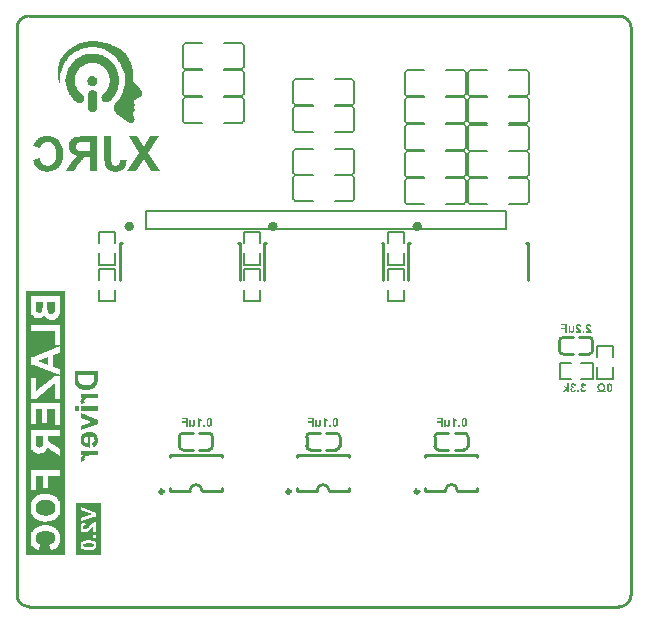
<source format=gbo>
G04*
G04 #@! TF.GenerationSoftware,Altium Limited,Altium Designer,22.0.2 (36)*
G04*
G04 Layer_Color=32896*
%FSLAX24Y24*%
%MOIN*%
G70*
G04*
G04 #@! TF.SameCoordinates,22A08989-F282-469C-B082-2707E795951A*
G04*
G04*
G04 #@! TF.FilePolarity,Positive*
G04*
G01*
G75*
%ADD10C,0.0157*%
%ADD12C,0.0060*%
%ADD14C,0.0100*%
%ADD16C,0.0070*%
%ADD57C,0.0118*%
G36*
X2562Y17668D02*
X2598D01*
Y17650D01*
X2616D01*
Y17627D01*
X2634D01*
Y17609D01*
X2657D01*
Y17573D01*
X2675D01*
Y17461D01*
X2657D01*
Y17421D01*
X2634D01*
Y17403D01*
X2616D01*
Y17385D01*
X2598D01*
Y17367D01*
X2544D01*
Y17349D01*
X2468D01*
Y17367D01*
X2432D01*
Y17385D01*
X2396D01*
Y17403D01*
X2378D01*
Y17443D01*
X2360D01*
Y17479D01*
X2338D01*
Y17555D01*
X2360D01*
Y17609D01*
X2378D01*
Y17627D01*
X2396D01*
Y17650D01*
X2414D01*
Y17668D01*
X2450D01*
Y17686D01*
X2562D01*
Y17668D01*
D02*
G37*
G36*
X2657Y18408D02*
X2751D01*
Y18390D01*
X2809D01*
Y18372D01*
X2863D01*
Y18350D01*
X2899D01*
Y18332D01*
X2935D01*
Y18314D01*
X2975D01*
Y18296D01*
X2993D01*
Y18278D01*
X3029D01*
Y18260D01*
X3047D01*
Y18242D01*
X3083D01*
Y18224D01*
X3105D01*
Y18206D01*
Y18202D01*
X3123D01*
Y18184D01*
X3141D01*
Y18166D01*
X3159D01*
Y18148D01*
X3177D01*
Y18130D01*
X3195D01*
Y18112D01*
X3213D01*
Y18072D01*
X3231D01*
Y18054D01*
X3254D01*
Y18018D01*
X3272D01*
Y18000D01*
X3290D01*
Y17964D01*
X3307D01*
Y17923D01*
X3325D01*
Y17888D01*
X3343D01*
Y17834D01*
X3361D01*
Y17775D01*
X3379D01*
Y17686D01*
X3402D01*
Y17385D01*
X3379D01*
Y17308D01*
X3361D01*
Y17237D01*
X3343D01*
Y17201D01*
X3325D01*
Y17142D01*
X3307D01*
Y17106D01*
X3290D01*
Y17089D01*
X3272D01*
Y17053D01*
X3254D01*
Y17012D01*
X3231D01*
Y16994D01*
X3213D01*
Y16976D01*
X3195D01*
Y16940D01*
X3177D01*
Y16922D01*
X3159D01*
Y16900D01*
X3141D01*
Y16882D01*
X3123D01*
Y16864D01*
X3105D01*
Y16846D01*
X3083D01*
Y16828D01*
X3047D01*
Y16810D01*
X2917D01*
Y16828D01*
X2881D01*
Y16846D01*
X2863D01*
Y16864D01*
X2845D01*
Y16882D01*
X2827D01*
Y16940D01*
X2809D01*
Y16994D01*
X2827D01*
Y17053D01*
X2845D01*
Y17071D01*
X2863D01*
Y17089D01*
X2899D01*
Y17106D01*
X2917D01*
Y17124D01*
X2935D01*
Y17142D01*
X2957D01*
Y17160D01*
X2975D01*
Y17178D01*
X2993D01*
Y17219D01*
X3011D01*
Y17255D01*
X3029D01*
Y17273D01*
X3047D01*
Y17326D01*
X3065D01*
Y17367D01*
X3083D01*
Y17461D01*
X3105D01*
Y17609D01*
X3083D01*
Y17703D01*
X3065D01*
Y17757D01*
X3047D01*
Y17798D01*
X3029D01*
Y17834D01*
X3011D01*
Y17870D01*
X2993D01*
Y17888D01*
X2975D01*
Y17905D01*
X2957D01*
Y17923D01*
X2935D01*
Y17946D01*
X2917D01*
Y17964D01*
X2899D01*
Y17982D01*
X2881D01*
Y18000D01*
X2863D01*
Y18018D01*
X2845D01*
Y18036D01*
X2809D01*
Y18054D01*
X2769D01*
Y18072D01*
X2733D01*
Y18094D01*
X2675D01*
Y18112D01*
X2562D01*
Y18130D01*
X2450D01*
Y18112D01*
X2360D01*
Y18094D01*
X2302D01*
Y18072D01*
X2266D01*
Y18054D01*
X2230D01*
Y18036D01*
X2190D01*
Y18018D01*
X2172D01*
Y18000D01*
X2136D01*
Y17982D01*
X2118D01*
Y17964D01*
X2100D01*
Y17946D01*
X2082D01*
Y17923D01*
X2060D01*
Y17905D01*
X2042D01*
Y17870D01*
X2024D01*
Y17852D01*
X2006D01*
Y17816D01*
X1988D01*
Y17775D01*
X1970D01*
Y17721D01*
X1952D01*
Y17650D01*
X1934D01*
Y17421D01*
X1952D01*
Y17349D01*
X1970D01*
Y17308D01*
X1988D01*
Y17273D01*
X2006D01*
Y17237D01*
X2024D01*
Y17201D01*
X2042D01*
Y17178D01*
X2060D01*
Y17160D01*
X2082D01*
Y17142D01*
X2100D01*
Y17124D01*
X2118D01*
Y17106D01*
X2136D01*
Y17089D01*
X2154D01*
Y17071D01*
X2172D01*
Y17053D01*
X2208D01*
Y17030D01*
X2230D01*
Y16994D01*
X2248D01*
Y16882D01*
X2230D01*
Y16846D01*
X2208D01*
Y16828D01*
X2190D01*
Y16810D01*
X2172D01*
Y16792D01*
X2118D01*
Y16774D01*
X2060D01*
Y16792D01*
X2006D01*
Y16810D01*
X1988D01*
Y16828D01*
X1970D01*
Y16846D01*
X1952D01*
Y16864D01*
X1911D01*
Y16882D01*
X1894D01*
Y16900D01*
X1876D01*
Y16922D01*
X1858D01*
Y16940D01*
X1840D01*
Y16958D01*
X1822D01*
Y16994D01*
X1804D01*
Y17012D01*
X1786D01*
Y17053D01*
X1763D01*
Y17071D01*
X1745D01*
Y17106D01*
X1727D01*
Y17142D01*
X1709D01*
Y17178D01*
X1692D01*
Y17219D01*
X1674D01*
Y17273D01*
X1656D01*
Y17349D01*
X1638D01*
Y17479D01*
X1615D01*
Y17591D01*
X1638D01*
Y17721D01*
X1656D01*
Y17798D01*
X1674D01*
Y17852D01*
X1692D01*
Y17905D01*
X1709D01*
Y17946D01*
X1727D01*
Y17982D01*
X1745D01*
Y18000D01*
X1763D01*
Y18036D01*
X1786D01*
Y18054D01*
X1804D01*
Y18094D01*
X1822D01*
Y18112D01*
X1840D01*
Y18130D01*
X1858D01*
Y18148D01*
X1876D01*
Y18166D01*
X1894D01*
Y18184D01*
X1911D01*
Y18202D01*
X1934D01*
Y18224D01*
X1952D01*
Y18242D01*
X1988D01*
Y18260D01*
X2006D01*
Y18278D01*
X2024D01*
Y18296D01*
X2060D01*
Y18314D01*
X2100D01*
Y18332D01*
X2136D01*
Y18350D01*
X2172D01*
Y18372D01*
X2208D01*
Y18390D01*
X2284D01*
Y18408D01*
X2360D01*
Y18426D01*
X2657D01*
Y18408D01*
D02*
G37*
G36*
X2580Y17201D02*
X2616D01*
Y17178D01*
X2634D01*
Y17142D01*
X2657D01*
Y16577D01*
Y16572D01*
Y16550D01*
X2634D01*
Y16514D01*
X2616D01*
Y16496D01*
X2432D01*
Y16514D01*
X2414D01*
Y16532D01*
X2396D01*
Y16568D01*
X2378D01*
Y17124D01*
X2396D01*
Y17160D01*
X2414D01*
Y17178D01*
X2432D01*
Y17201D01*
X2468D01*
Y17219D01*
X2580D01*
Y17201D01*
D02*
G37*
G36*
X2710Y18835D02*
X2809D01*
Y18817D01*
X2881D01*
Y18794D01*
X2975D01*
Y18776D01*
X3029D01*
Y18758D01*
X3083D01*
Y18740D01*
X3141D01*
Y18722D01*
X3177D01*
Y18704D01*
X3231D01*
Y18687D01*
X3272D01*
Y18669D01*
X3307D01*
Y18646D01*
X3343D01*
Y18628D01*
X3361D01*
Y18610D01*
X3402D01*
Y18592D01*
X3438D01*
Y18574D01*
X3456D01*
Y18556D01*
X3492D01*
Y18538D01*
X3509D01*
Y18520D01*
X3532D01*
Y18498D01*
X3550D01*
Y18480D01*
X3568D01*
Y18462D01*
X3604D01*
Y18444D01*
X3622D01*
Y18426D01*
X3640D01*
Y18390D01*
X3658D01*
Y18372D01*
X3680D01*
Y18332D01*
X3698D01*
Y18314D01*
X3716D01*
Y18278D01*
X3734D01*
Y18242D01*
X3752D01*
Y18202D01*
X3770D01*
Y18148D01*
X3788D01*
Y18112D01*
X3806D01*
Y18054D01*
X3828D01*
Y18000D01*
X3846D01*
Y17923D01*
X3864D01*
Y17816D01*
X3882D01*
Y17650D01*
X3864D01*
Y17573D01*
X3882D01*
Y17501D01*
X3900D01*
Y17479D01*
X3918D01*
Y17461D01*
X3936D01*
Y17421D01*
X3954D01*
Y17403D01*
X3976D01*
Y17385D01*
X3994D01*
Y17367D01*
X4012D01*
Y17349D01*
X4030D01*
Y17326D01*
X4048D01*
Y17308D01*
X4066D01*
Y17291D01*
X4084D01*
Y17273D01*
X4102D01*
Y17237D01*
X4124D01*
Y17219D01*
X4142D01*
Y17178D01*
X4160D01*
Y17030D01*
X4142D01*
Y17012D01*
X4124D01*
Y16994D01*
X4084D01*
Y16976D01*
X4066D01*
Y16958D01*
X4030D01*
Y16940D01*
X3994D01*
Y16922D01*
X3954D01*
Y16900D01*
X3900D01*
Y16792D01*
X3918D01*
Y16752D01*
X3936D01*
Y16680D01*
X3918D01*
Y16586D01*
X3936D01*
Y16532D01*
X3918D01*
Y16514D01*
X3900D01*
Y16478D01*
X3882D01*
Y16348D01*
X3900D01*
Y16272D01*
X3918D01*
Y16254D01*
X3936D01*
Y16218D01*
X3918D01*
Y16159D01*
X3900D01*
Y16141D01*
X3864D01*
Y16123D01*
X3752D01*
Y16141D01*
X3716D01*
Y16159D01*
X3680D01*
Y16182D01*
X3640D01*
Y16200D01*
X3622D01*
Y16218D01*
X3586D01*
Y16236D01*
X3568D01*
Y16254D01*
X3532D01*
Y16272D01*
X3509D01*
Y16290D01*
X3492D01*
Y16307D01*
X3456D01*
Y16330D01*
X3438D01*
Y16348D01*
X3420D01*
Y16366D01*
X3402D01*
Y16384D01*
X3361D01*
Y16402D01*
X3343D01*
Y16420D01*
X3325D01*
Y16438D01*
X3307D01*
Y16456D01*
X3290D01*
Y16478D01*
X3272D01*
Y16496D01*
X3254D01*
Y16532D01*
X3231D01*
Y16716D01*
X3254D01*
Y16734D01*
X3272D01*
Y16774D01*
X3290D01*
Y16792D01*
X3307D01*
Y16810D01*
X3325D01*
Y16828D01*
X3343D01*
Y16846D01*
X3361D01*
Y16882D01*
X3379D01*
Y16900D01*
X3402D01*
Y16922D01*
X3420D01*
Y16958D01*
X3438D01*
Y16976D01*
X3456D01*
Y17012D01*
X3474D01*
Y17053D01*
X3492D01*
Y17089D01*
X3509D01*
Y17124D01*
X3532D01*
Y17178D01*
X3550D01*
Y17255D01*
X3568D01*
Y17349D01*
X3586D01*
Y17461D01*
X3604D01*
Y17555D01*
X3586D01*
Y17775D01*
X3568D01*
Y17852D01*
X3550D01*
Y17888D01*
X3532D01*
Y17923D01*
X3509D01*
Y17964D01*
X3492D01*
Y18000D01*
X3474D01*
Y18054D01*
X3456D01*
Y18094D01*
X3438D01*
Y18130D01*
X3420D01*
Y18148D01*
X3402D01*
Y18166D01*
X3379D01*
Y18202D01*
X3361D01*
Y18224D01*
X3343D01*
Y18260D01*
X3325D01*
Y18278D01*
X3307D01*
Y18296D01*
X3290D01*
Y18314D01*
X3272D01*
Y18332D01*
X3254D01*
Y18350D01*
X3231D01*
Y18372D01*
X3213D01*
Y18390D01*
X3177D01*
Y18408D01*
X3159D01*
Y18426D01*
X3141D01*
Y18444D01*
X3123D01*
Y18462D01*
X3083D01*
Y18480D01*
X3065D01*
Y18498D01*
X3029D01*
Y18520D01*
X3011D01*
Y18538D01*
X2975D01*
Y18556D01*
X2935D01*
Y18574D01*
X2881D01*
Y18592D01*
X2827D01*
Y18610D01*
X2769D01*
Y18628D01*
X2675D01*
Y18646D01*
X2378D01*
Y18628D01*
X2284D01*
Y18610D01*
X2208D01*
Y18592D01*
X2154D01*
Y18574D01*
X2100D01*
Y18556D01*
X2060D01*
Y18538D01*
X2006D01*
Y18520D01*
X1970D01*
Y18498D01*
X1952D01*
Y18480D01*
X1911D01*
Y18462D01*
X1894D01*
Y18444D01*
X1876D01*
Y18426D01*
X1840D01*
Y18408D01*
X1822D01*
Y18390D01*
X1786D01*
Y18372D01*
X1763D01*
Y18350D01*
X1745D01*
Y18332D01*
X1727D01*
Y18314D01*
X1709D01*
Y18278D01*
X1692D01*
Y18260D01*
X1674D01*
Y18242D01*
X1656D01*
Y18202D01*
X1638D01*
Y18184D01*
X1615D01*
Y18148D01*
X1597D01*
Y18112D01*
X1579D01*
Y18094D01*
X1561D01*
Y18054D01*
X1543D01*
Y18049D01*
Y18045D01*
Y18018D01*
X1525D01*
Y17964D01*
X1507D01*
Y17905D01*
X1490D01*
Y17852D01*
X1467D01*
Y17775D01*
X1449D01*
Y17421D01*
X1431D01*
Y17461D01*
X1413D01*
Y17501D01*
X1395D01*
Y17555D01*
X1377D01*
Y17686D01*
X1359D01*
Y17964D01*
X1377D01*
Y18036D01*
X1395D01*
Y18130D01*
X1413D01*
Y18166D01*
X1431D01*
Y18202D01*
X1449D01*
Y18242D01*
X1467D01*
Y18278D01*
X1490D01*
Y18296D01*
X1507D01*
Y18332D01*
X1525D01*
Y18350D01*
X1543D01*
Y18390D01*
X1561D01*
Y18408D01*
X1579D01*
Y18426D01*
X1597D01*
Y18444D01*
X1615D01*
Y18462D01*
X1638D01*
Y18480D01*
X1656D01*
Y18498D01*
X1674D01*
Y18520D01*
X1692D01*
Y18538D01*
X1709D01*
Y18556D01*
X1745D01*
Y18574D01*
X1763D01*
Y18592D01*
X1786D01*
Y18610D01*
X1822D01*
Y18628D01*
X1840D01*
Y18646D01*
X1858D01*
Y18669D01*
X1894D01*
Y18687D01*
X1934D01*
Y18704D01*
X1970D01*
Y18722D01*
X2006D01*
Y18740D01*
X2042D01*
Y18758D01*
X2082D01*
Y18776D01*
X2136D01*
Y18794D01*
X2190D01*
Y18817D01*
X2266D01*
Y18835D01*
X2360D01*
Y18853D01*
X2710D01*
Y18835D01*
D02*
G37*
G36*
X2688Y7579D02*
X2687Y7549D01*
X2686Y7521D01*
X2683Y7498D01*
X2680Y7479D01*
X2677Y7463D01*
X2674Y7451D01*
X2673Y7448D01*
Y7444D01*
X2672Y7443D01*
Y7442D01*
X2663Y7418D01*
X2653Y7395D01*
X2643Y7378D01*
X2633Y7362D01*
X2624Y7350D01*
X2618Y7341D01*
X2613Y7335D01*
X2611Y7333D01*
X2590Y7314D01*
X2568Y7298D01*
X2544Y7283D01*
X2523Y7272D01*
X2503Y7263D01*
X2496Y7259D01*
X2489Y7257D01*
X2482Y7254D01*
X2478Y7252D01*
X2476Y7251D01*
X2474D01*
X2448Y7243D01*
X2420Y7237D01*
X2393Y7232D01*
X2368Y7230D01*
X2356Y7229D01*
X2344Y7228D01*
X2336D01*
X2327Y7227D01*
X2320D01*
X2316D01*
X2312D01*
X2311D01*
X2272Y7228D01*
X2238Y7231D01*
X2221Y7232D01*
X2207Y7234D01*
X2192Y7237D01*
X2180Y7239D01*
X2169Y7242D01*
X2159Y7244D01*
X2150Y7247D01*
X2143Y7248D01*
X2138Y7250D01*
X2133Y7251D01*
X2131Y7252D01*
X2130D01*
X2103Y7262D01*
X2079Y7274D01*
X2058Y7287D01*
X2040Y7299D01*
X2026Y7309D01*
X2015Y7318D01*
X2008Y7323D01*
X2006Y7324D01*
Y7325D01*
X1988Y7344D01*
X1973Y7363D01*
X1961Y7383D01*
X1951Y7401D01*
X1943Y7417D01*
X1938Y7430D01*
X1937Y7434D01*
X1936Y7438D01*
X1935Y7440D01*
Y7441D01*
X1929Y7462D01*
X1926Y7485D01*
X1922Y7510D01*
X1921Y7533D01*
X1920Y7554D01*
X1919Y7563D01*
Y7870D01*
X2688D01*
Y7579D01*
D02*
G37*
G36*
Y6954D02*
X2517D01*
X2491D01*
X2468D01*
X2447Y6953D01*
X2428Y6952D01*
X2410D01*
X2396Y6951D01*
X2381Y6950D01*
X2370Y6949D01*
X2360Y6948D01*
X2351Y6947D01*
X2344Y6945D01*
X2339D01*
X2336Y6944D01*
X2332Y6943D01*
X2330D01*
X2314Y6939D01*
X2301Y6933D01*
X2290Y6928D01*
X2282Y6922D01*
X2276Y6918D01*
X2271Y6913D01*
X2269Y6911D01*
X2268Y6910D01*
X2262Y6901D01*
X2258Y6892D01*
X2254Y6883D01*
X2252Y6876D01*
X2251Y6869D01*
X2250Y6862D01*
Y6858D01*
X2251Y6846D01*
X2253Y6833D01*
X2258Y6822D01*
X2262Y6811D01*
X2267Y6802D01*
X2271Y6796D01*
X2273Y6790D01*
X2274Y6789D01*
X2147Y6742D01*
X2137Y6760D01*
X2130Y6777D01*
X2124Y6793D01*
X2121Y6809D01*
X2119Y6821D01*
X2118Y6831D01*
Y6840D01*
X2119Y6853D01*
X2120Y6864D01*
X2123Y6876D01*
X2127Y6884D01*
X2130Y6892D01*
X2132Y6899D01*
X2134Y6902D01*
X2136Y6903D01*
X2143Y6914D01*
X2155Y6924D01*
X2167Y6935D01*
X2179Y6944D01*
X2191Y6953D01*
X2201Y6960D01*
X2208Y6964D01*
X2209Y6965D01*
X2130D01*
Y7102D01*
X2688D01*
Y6954D01*
D02*
G37*
G36*
Y6531D02*
X2130D01*
Y6679D01*
X2688D01*
Y6531D01*
D02*
G37*
G36*
X2056D02*
X1919D01*
Y6679D01*
X2056D01*
Y6531D01*
D02*
G37*
G36*
X2688Y6228D02*
Y6094D01*
X2130Y5873D01*
Y6024D01*
X2416Y6131D01*
X2432Y6138D01*
X2448Y6142D01*
X2453Y6144D01*
X2458Y6146D01*
X2461Y6147D01*
X2462D01*
X2468Y6148D01*
X2474Y6150D01*
X2491Y6156D01*
X2498Y6158D01*
X2504Y6160D01*
X2509Y6161D01*
X2510Y6162D01*
X2416Y6192D01*
X2130Y6298D01*
Y6452D01*
X2688Y6228D01*
D02*
G37*
G36*
X2434Y5823D02*
X2456Y5822D01*
X2474Y5819D01*
X2492Y5816D01*
X2510Y5812D01*
X2526Y5807D01*
X2540Y5802D01*
X2553Y5797D01*
X2566Y5792D01*
X2576Y5787D01*
X2584Y5782D01*
X2592Y5779D01*
X2598Y5774D01*
X2602Y5772D01*
X2604Y5771D01*
X2606Y5770D01*
X2622Y5756D01*
X2637Y5741D01*
X2649Y5725D01*
X2660Y5707D01*
X2669Y5689D01*
X2677Y5671D01*
X2683Y5653D01*
X2688Y5636D01*
X2692Y5620D01*
X2694Y5605D01*
X2697Y5590D01*
X2699Y5578D01*
Y5568D01*
X2700Y5561D01*
Y5555D01*
X2698Y5522D01*
X2693Y5492D01*
X2687Y5467D01*
X2679Y5445D01*
X2674Y5435D01*
X2671Y5427D01*
X2668Y5419D01*
X2664Y5413D01*
X2661Y5409D01*
X2660Y5405D01*
X2658Y5403D01*
Y5402D01*
X2640Y5381D01*
X2621Y5362D01*
X2600Y5347D01*
X2580Y5335D01*
X2562Y5325D01*
X2554Y5321D01*
X2548Y5318D01*
X2542Y5316D01*
X2538Y5313D01*
X2536Y5312D01*
X2534D01*
X2510Y5459D01*
X2524Y5465D01*
X2538Y5470D01*
X2548Y5476D01*
X2557Y5482D01*
X2563Y5487D01*
X2568Y5491D01*
X2570Y5495D01*
X2571Y5496D01*
X2578Y5505D01*
X2582Y5515D01*
X2586Y5525D01*
X2588Y5533D01*
X2589Y5541D01*
X2590Y5548D01*
Y5553D01*
X2589Y5571D01*
X2584Y5588D01*
X2579Y5603D01*
X2572Y5616D01*
X2566Y5626D01*
X2560Y5632D01*
X2556Y5638D01*
X2554Y5639D01*
X2540Y5650D01*
X2523Y5658D01*
X2506Y5665D01*
X2490Y5669D01*
X2474Y5671D01*
X2463Y5672D01*
X2459Y5673D01*
X2456D01*
X2453D01*
X2452D01*
Y5305D01*
X2421D01*
X2393Y5307D01*
X2367Y5310D01*
X2342Y5315D01*
X2319Y5320D01*
X2299Y5326D01*
X2280Y5332D01*
X2263Y5339D01*
X2249Y5346D01*
X2236Y5352D01*
X2226Y5358D01*
X2217Y5363D01*
X2210Y5368D01*
X2204Y5371D01*
X2202Y5373D01*
X2201Y5375D01*
X2187Y5388D01*
X2173Y5403D01*
X2162Y5419D01*
X2153Y5435D01*
X2145Y5451D01*
X2138Y5468D01*
X2132Y5483D01*
X2128Y5499D01*
X2124Y5513D01*
X2122Y5527D01*
X2120Y5539D01*
X2119Y5549D01*
X2118Y5558D01*
Y5570D01*
X2119Y5590D01*
X2121Y5609D01*
X2126Y5628D01*
X2130Y5645D01*
X2136Y5661D01*
X2142Y5676D01*
X2150Y5690D01*
X2157Y5702D01*
X2165Y5713D01*
X2172Y5723D01*
X2179Y5732D01*
X2184Y5739D01*
X2189Y5745D01*
X2193Y5749D01*
X2196Y5751D01*
X2197Y5752D01*
X2212Y5764D01*
X2229Y5776D01*
X2246Y5786D01*
X2263Y5795D01*
X2282Y5801D01*
X2300Y5807D01*
X2334Y5816D01*
X2351Y5819D01*
X2366Y5821D01*
X2379Y5822D01*
X2390Y5823D01*
X2400Y5824D01*
X2408D01*
X2412D01*
X2413D01*
X2434Y5823D01*
D02*
G37*
G36*
X2688Y5042D02*
X2517D01*
X2491D01*
X2468D01*
X2447Y5041D01*
X2428Y5040D01*
X2410D01*
X2396Y5039D01*
X2381Y5038D01*
X2370Y5037D01*
X2360Y5036D01*
X2351Y5035D01*
X2344Y5033D01*
X2339D01*
X2336Y5032D01*
X2332Y5031D01*
X2330D01*
X2314Y5027D01*
X2301Y5021D01*
X2290Y5016D01*
X2282Y5010D01*
X2276Y5006D01*
X2271Y5001D01*
X2269Y4999D01*
X2268Y4998D01*
X2262Y4989D01*
X2258Y4980D01*
X2254Y4971D01*
X2252Y4963D01*
X2251Y4957D01*
X2250Y4950D01*
Y4946D01*
X2251Y4933D01*
X2253Y4921D01*
X2258Y4910D01*
X2262Y4899D01*
X2267Y4890D01*
X2271Y4883D01*
X2273Y4878D01*
X2274Y4877D01*
X2147Y4830D01*
X2137Y4848D01*
X2130Y4865D01*
X2124Y4881D01*
X2121Y4897D01*
X2119Y4909D01*
X2118Y4919D01*
Y4928D01*
X2119Y4941D01*
X2120Y4952D01*
X2123Y4963D01*
X2127Y4972D01*
X2130Y4980D01*
X2132Y4987D01*
X2134Y4990D01*
X2136Y4991D01*
X2143Y5002D01*
X2155Y5012D01*
X2167Y5023D01*
X2179Y5032D01*
X2191Y5041D01*
X2201Y5048D01*
X2208Y5052D01*
X2209Y5053D01*
X2130D01*
Y5190D01*
X2688D01*
Y5042D01*
D02*
G37*
G36*
X2800Y1731D02*
X1975D01*
Y3469D01*
X2800D01*
Y1731D01*
D02*
G37*
G36*
X1600D02*
X303D01*
Y10512D01*
X1600D01*
Y1731D01*
D02*
G37*
G36*
X4358Y15121D02*
X4757Y14522D01*
X4477D01*
X4220Y14912D01*
X3965Y14522D01*
X3685D01*
X4082Y15121D01*
X3720Y15675D01*
X3992D01*
X4220Y15330D01*
X4448Y15675D01*
X4720D01*
X4358Y15121D01*
D02*
G37*
G36*
X1051Y15695D02*
X1095Y15690D01*
X1133Y15681D01*
X1171Y15671D01*
X1205Y15660D01*
X1238Y15646D01*
X1266Y15631D01*
X1293Y15616D01*
X1318Y15601D01*
X1338Y15586D01*
X1356Y15573D01*
X1371Y15561D01*
X1383Y15551D01*
X1391Y15543D01*
X1396Y15538D01*
X1398Y15536D01*
X1425Y15505D01*
X1446Y15471D01*
X1466Y15436D01*
X1483Y15400D01*
X1498Y15361D01*
X1510Y15325D01*
X1520Y15288D01*
X1528Y15253D01*
X1535Y15218D01*
X1538Y15188D01*
X1541Y15160D01*
X1545Y15136D01*
Y15116D01*
X1546Y15101D01*
Y15091D01*
Y15090D01*
Y15088D01*
X1545Y15038D01*
X1540Y14991D01*
X1533Y14946D01*
X1523Y14907D01*
X1513Y14868D01*
X1500Y14832D01*
X1486Y14800D01*
X1473Y14772D01*
X1460Y14745D01*
X1446Y14722D01*
X1433Y14703D01*
X1423Y14687D01*
X1413Y14675D01*
X1406Y14665D01*
X1401Y14660D01*
X1400Y14658D01*
X1371Y14630D01*
X1341Y14607D01*
X1310Y14585D01*
X1278Y14568D01*
X1246Y14553D01*
X1215Y14540D01*
X1185Y14530D01*
X1156Y14522D01*
X1128Y14515D01*
X1103Y14510D01*
X1080Y14507D01*
X1061Y14505D01*
X1045Y14503D01*
X1033Y14502D01*
X1023D01*
X988Y14503D01*
X957Y14505D01*
X925Y14510D01*
X897Y14517D01*
X870Y14523D01*
X845Y14530D01*
X822Y14538D01*
X800Y14548D01*
X782Y14557D01*
X765Y14565D01*
X750Y14572D01*
X738Y14578D01*
X728Y14585D01*
X722Y14590D01*
X718Y14592D01*
X717Y14593D01*
X695Y14612D01*
X675Y14632D01*
X638Y14677D01*
X608Y14723D01*
X585Y14768D01*
X575Y14790D01*
X567Y14810D01*
X560Y14828D01*
X553Y14843D01*
X548Y14857D01*
X545Y14867D01*
X543Y14873D01*
Y14875D01*
X770Y14945D01*
X783Y14900D01*
X798Y14862D01*
X813Y14830D01*
X830Y14803D01*
X843Y14783D01*
X855Y14770D01*
X863Y14762D01*
X867Y14758D01*
X893Y14738D01*
X920Y14725D01*
X947Y14715D01*
X970Y14707D01*
X992Y14703D01*
X1010Y14702D01*
X1016Y14700D01*
X1025D01*
X1048Y14702D01*
X1070Y14703D01*
X1110Y14715D01*
X1145Y14728D01*
X1173Y14747D01*
X1196Y14763D01*
X1213Y14777D01*
X1220Y14783D01*
X1225Y14788D01*
X1226Y14790D01*
X1228Y14792D01*
X1241Y14810D01*
X1253Y14832D01*
X1265Y14855D01*
X1273Y14880D01*
X1286Y14931D01*
X1296Y14983D01*
X1300Y15008D01*
X1301Y15030D01*
X1305Y15051D01*
Y15070D01*
X1306Y15083D01*
Y15095D01*
Y15103D01*
Y15105D01*
X1305Y15143D01*
X1303Y15178D01*
X1300Y15210D01*
X1295Y15240D01*
X1288Y15266D01*
X1281Y15291D01*
X1275Y15313D01*
X1266Y15333D01*
X1260Y15350D01*
X1253Y15365D01*
X1246Y15376D01*
X1240Y15386D01*
X1235Y15395D01*
X1231Y15400D01*
X1228Y15403D01*
Y15405D01*
X1213Y15421D01*
X1196Y15436D01*
X1180Y15448D01*
X1161Y15458D01*
X1126Y15475D01*
X1093Y15486D01*
X1065Y15493D01*
X1051Y15495D01*
X1041Y15496D01*
X1031Y15498D01*
X1020D01*
X987Y15496D01*
X957Y15490D01*
X930Y15481D01*
X907Y15471D01*
X888Y15461D01*
X875Y15453D01*
X867Y15446D01*
X863Y15445D01*
X842Y15425D01*
X822Y15401D01*
X807Y15378D01*
X795Y15355D01*
X787Y15335D01*
X782Y15320D01*
X778Y15313D01*
Y15308D01*
X777Y15306D01*
Y15305D01*
X547Y15360D01*
X563Y15408D01*
X582Y15450D01*
X602Y15486D01*
X620Y15516D01*
X638Y15540D01*
X645Y15550D01*
X652Y15558D01*
X657Y15563D01*
X662Y15568D01*
X663Y15571D01*
X665D01*
X690Y15593D01*
X718Y15613D01*
X745Y15630D01*
X773Y15643D01*
X803Y15656D01*
X832Y15666D01*
X860Y15675D01*
X887Y15681D01*
X912Y15686D01*
X935Y15690D01*
X955Y15693D01*
X973Y15695D01*
X988Y15696D01*
X1008D01*
X1051Y15695D01*
D02*
G37*
G36*
X2667Y14522D02*
X2434D01*
Y15003D01*
X2359D01*
X2336Y15001D01*
X2316Y15000D01*
X2299Y14996D01*
X2286Y14995D01*
X2278Y14991D01*
X2273Y14990D01*
X2271D01*
X2258Y14983D01*
X2244Y14976D01*
X2233Y14968D01*
X2221Y14961D01*
X2213Y14953D01*
X2206Y14946D01*
X2203Y14943D01*
X2201Y14941D01*
X2194Y14933D01*
X2186Y14925D01*
X2168Y14900D01*
X2148Y14873D01*
X2126Y14843D01*
X2108Y14817D01*
X2099Y14803D01*
X2093Y14793D01*
X2086Y14785D01*
X2081Y14778D01*
X2079Y14773D01*
X2078Y14772D01*
X1911Y14522D01*
X1631D01*
X1773Y14747D01*
X1788Y14770D01*
X1803Y14793D01*
X1816Y14813D01*
X1830Y14832D01*
X1841Y14848D01*
X1851Y14865D01*
X1871Y14890D01*
X1886Y14910D01*
X1896Y14923D01*
X1904Y14931D01*
X1906Y14933D01*
X1924Y14953D01*
X1946Y14971D01*
X1966Y14986D01*
X1986Y15001D01*
X2003Y15013D01*
X2016Y15021D01*
X2026Y15028D01*
X2028Y15030D01*
X2029D01*
X2001Y15035D01*
X1976Y15041D01*
X1953Y15048D01*
X1929Y15056D01*
X1909Y15065D01*
X1891Y15073D01*
X1873Y15081D01*
X1858Y15091D01*
X1844Y15100D01*
X1833Y15108D01*
X1823Y15116D01*
X1816Y15123D01*
X1810Y15128D01*
X1805Y15133D01*
X1803Y15135D01*
X1801Y15136D01*
X1788Y15153D01*
X1776Y15170D01*
X1756Y15206D01*
X1743Y15241D01*
X1735Y15276D01*
X1728Y15306D01*
X1726Y15318D01*
Y15330D01*
X1725Y15338D01*
Y15346D01*
Y15350D01*
Y15351D01*
X1726Y15388D01*
X1733Y15423D01*
X1741Y15453D01*
X1750Y15480D01*
X1760Y15501D01*
X1768Y15518D01*
X1771Y15523D01*
X1775Y15528D01*
X1776Y15530D01*
Y15531D01*
X1796Y15560D01*
X1818Y15583D01*
X1839Y15601D01*
X1861Y15618D01*
X1881Y15628D01*
X1896Y15636D01*
X1906Y15641D01*
X1908Y15643D01*
X1909D01*
X1926Y15648D01*
X1944Y15653D01*
X1986Y15661D01*
X2031Y15666D01*
X2074Y15671D01*
X2096D01*
X2114Y15673D01*
X2133D01*
X2148Y15675D01*
X2667D01*
Y14522D01*
D02*
G37*
G36*
X3149Y14927D02*
Y14902D01*
X3151Y14878D01*
X3152Y14858D01*
X3154Y14838D01*
X3157Y14822D01*
X3159Y14807D01*
X3162Y14793D01*
X3166Y14782D01*
X3172Y14763D01*
X3177Y14752D01*
X3181Y14743D01*
X3182Y14742D01*
X3196Y14727D01*
X3212Y14717D01*
X3231Y14708D01*
X3249Y14703D01*
X3264Y14700D01*
X3277Y14698D01*
X3291D01*
X3317Y14702D01*
X3341Y14708D01*
X3361Y14718D01*
X3376Y14730D01*
X3389Y14740D01*
X3397Y14750D01*
X3402Y14757D01*
X3404Y14760D01*
X3412Y14778D01*
X3419Y14798D01*
X3424Y14822D01*
X3427Y14845D01*
X3431Y14867D01*
Y14883D01*
X3432Y14890D01*
Y14895D01*
Y14898D01*
Y14900D01*
X3654Y14875D01*
X3652Y14842D01*
X3650Y14810D01*
X3645Y14780D01*
X3639Y14753D01*
X3632Y14728D01*
X3625Y14705D01*
X3617Y14685D01*
X3607Y14665D01*
X3599Y14650D01*
X3590Y14635D01*
X3584Y14623D01*
X3577Y14613D01*
X3570Y14605D01*
X3565Y14600D01*
X3564Y14597D01*
X3562Y14595D01*
X3544Y14578D01*
X3524Y14563D01*
X3504Y14552D01*
X3482Y14540D01*
X3461Y14532D01*
X3439Y14523D01*
X3396Y14512D01*
X3376Y14508D01*
X3357Y14505D01*
X3342Y14503D01*
X3327Y14502D01*
X3316Y14500D01*
X3299D01*
X3247Y14503D01*
X3201Y14510D01*
X3161Y14518D01*
X3144Y14525D01*
X3127Y14530D01*
X3114Y14535D01*
X3101Y14542D01*
X3091Y14547D01*
X3082Y14550D01*
X3074Y14555D01*
X3069Y14557D01*
X3067Y14560D01*
X3066D01*
X3034Y14585D01*
X3009Y14612D01*
X2987Y14638D01*
X2971Y14663D01*
X2957Y14687D01*
X2949Y14705D01*
X2946Y14712D01*
X2944Y14717D01*
X2942Y14720D01*
Y14722D01*
X2934Y14753D01*
X2927Y14790D01*
X2922Y14827D01*
X2919Y14862D01*
X2917Y14893D01*
X2916Y14908D01*
Y14920D01*
Y14930D01*
Y14936D01*
Y14941D01*
Y14943D01*
Y15675D01*
X3149D01*
Y14927D01*
D02*
G37*
G36*
X19060Y9423D02*
X19067Y9423D01*
X19080Y9421D01*
X19090Y9417D01*
X19095Y9416D01*
X19100Y9414D01*
X19104Y9412D01*
X19108Y9410D01*
X19111Y9408D01*
X19113Y9407D01*
X19115Y9405D01*
X19117Y9405D01*
X19118Y9404D01*
X19118Y9404D01*
X19123Y9400D01*
X19127Y9395D01*
X19130Y9390D01*
X19134Y9385D01*
X19139Y9374D01*
X19143Y9364D01*
X19144Y9358D01*
X19145Y9354D01*
X19147Y9350D01*
X19147Y9346D01*
X19148Y9343D01*
Y9340D01*
X19148Y9339D01*
Y9338D01*
X19093Y9333D01*
X19093Y9341D01*
X19091Y9348D01*
X19089Y9355D01*
X19087Y9359D01*
X19085Y9363D01*
X19084Y9365D01*
X19083Y9367D01*
X19082Y9367D01*
X19078Y9371D01*
X19073Y9373D01*
X19069Y9375D01*
X19064Y9377D01*
X19061Y9377D01*
X19057Y9378D01*
X19054D01*
X19048Y9377D01*
X19043Y9376D01*
X19038Y9375D01*
X19034Y9373D01*
X19031Y9371D01*
X19029Y9370D01*
X19027Y9368D01*
X19027Y9368D01*
X19024Y9364D01*
X19021Y9359D01*
X19019Y9355D01*
X19018Y9350D01*
X19017Y9346D01*
X19017Y9342D01*
Y9340D01*
Y9340D01*
Y9339D01*
X19017Y9333D01*
X19019Y9327D01*
X19021Y9321D01*
X19023Y9316D01*
X19025Y9312D01*
X19027Y9308D01*
X19028Y9306D01*
X19029Y9306D01*
X19030Y9303D01*
X19033Y9300D01*
X19036Y9296D01*
X19039Y9293D01*
X19047Y9285D01*
X19054Y9277D01*
X19062Y9270D01*
X19065Y9266D01*
X19068Y9264D01*
X19071Y9261D01*
X19073Y9260D01*
X19074Y9258D01*
X19074Y9258D01*
X19083Y9250D01*
X19090Y9243D01*
X19097Y9236D01*
X19103Y9229D01*
X19109Y9223D01*
X19114Y9217D01*
X19119Y9212D01*
X19123Y9207D01*
X19126Y9203D01*
X19129Y9199D01*
X19131Y9197D01*
X19133Y9194D01*
X19135Y9192D01*
X19135Y9190D01*
X19136Y9189D01*
Y9189D01*
X19142Y9179D01*
X19146Y9169D01*
X19149Y9160D01*
X19152Y9152D01*
X19153Y9145D01*
X19154Y9142D01*
X19154Y9139D01*
X19155Y9137D01*
X19155Y9135D01*
Y9135D01*
Y9134D01*
X18962D01*
Y9185D01*
X19071D01*
X19068Y9191D01*
X19064Y9195D01*
X19063Y9197D01*
X19061Y9199D01*
X19061Y9200D01*
X19060Y9200D01*
X19058Y9202D01*
X19057Y9204D01*
X19052Y9209D01*
X19046Y9214D01*
X19041Y9219D01*
X19036Y9224D01*
X19031Y9229D01*
X19029Y9230D01*
X19028Y9231D01*
X19027Y9232D01*
X19027Y9232D01*
X19018Y9241D01*
X19010Y9248D01*
X19004Y9255D01*
X18999Y9260D01*
X18995Y9264D01*
X18993Y9267D01*
X18991Y9269D01*
X18991Y9269D01*
X18985Y9276D01*
X18981Y9283D01*
X18977Y9289D01*
X18974Y9295D01*
X18972Y9299D01*
X18970Y9303D01*
X18969Y9305D01*
X18969Y9306D01*
X18966Y9313D01*
X18964Y9319D01*
X18963Y9325D01*
X18962Y9331D01*
X18962Y9336D01*
X18962Y9340D01*
Y9342D01*
Y9343D01*
X18962Y9349D01*
X18963Y9355D01*
X18964Y9361D01*
X18965Y9367D01*
X18969Y9376D01*
X18974Y9385D01*
X18976Y9388D01*
X18978Y9391D01*
X18980Y9394D01*
X18982Y9396D01*
X18984Y9398D01*
X18985Y9400D01*
X18986Y9400D01*
X18986Y9400D01*
X18991Y9405D01*
X18996Y9408D01*
X19001Y9411D01*
X19007Y9414D01*
X19018Y9418D01*
X19029Y9421D01*
X19033Y9422D01*
X19038Y9422D01*
X19042Y9423D01*
X19046Y9423D01*
X19049Y9424D01*
X19053D01*
X19060Y9423D01*
D02*
G37*
G36*
X18724D02*
X18731Y9423D01*
X18744Y9421D01*
X18755Y9417D01*
X18760Y9416D01*
X18764Y9414D01*
X18769Y9412D01*
X18772Y9410D01*
X18775Y9408D01*
X18778Y9407D01*
X18780Y9405D01*
X18781Y9405D01*
X18782Y9404D01*
X18782Y9404D01*
X18787Y9400D01*
X18791Y9395D01*
X18795Y9390D01*
X18798Y9385D01*
X18803Y9374D01*
X18807Y9364D01*
X18808Y9358D01*
X18810Y9354D01*
X18811Y9350D01*
X18811Y9346D01*
X18812Y9343D01*
Y9340D01*
X18813Y9339D01*
Y9338D01*
X18758Y9333D01*
X18757Y9341D01*
X18755Y9348D01*
X18754Y9355D01*
X18751Y9359D01*
X18750Y9363D01*
X18748Y9365D01*
X18747Y9367D01*
X18746Y9367D01*
X18742Y9371D01*
X18738Y9373D01*
X18733Y9375D01*
X18729Y9377D01*
X18725Y9377D01*
X18721Y9378D01*
X18719D01*
X18712Y9377D01*
X18707Y9376D01*
X18702Y9375D01*
X18698Y9373D01*
X18695Y9371D01*
X18693Y9370D01*
X18692Y9368D01*
X18691Y9368D01*
X18688Y9364D01*
X18685Y9359D01*
X18684Y9355D01*
X18682Y9350D01*
X18682Y9346D01*
X18681Y9342D01*
Y9340D01*
Y9340D01*
Y9339D01*
X18682Y9333D01*
X18683Y9327D01*
X18685Y9321D01*
X18687Y9316D01*
X18689Y9312D01*
X18691Y9308D01*
X18692Y9306D01*
X18693Y9306D01*
X18694Y9303D01*
X18697Y9300D01*
X18700Y9296D01*
X18704Y9293D01*
X18711Y9285D01*
X18719Y9277D01*
X18726Y9270D01*
X18729Y9266D01*
X18733Y9264D01*
X18735Y9261D01*
X18737Y9260D01*
X18738Y9258D01*
X18739Y9258D01*
X18747Y9250D01*
X18754Y9243D01*
X18761Y9236D01*
X18768Y9229D01*
X18773Y9223D01*
X18778Y9217D01*
X18783Y9212D01*
X18787Y9207D01*
X18790Y9203D01*
X18793Y9199D01*
X18796Y9197D01*
X18797Y9194D01*
X18799Y9192D01*
X18800Y9190D01*
X18801Y9189D01*
Y9189D01*
X18806Y9179D01*
X18810Y9169D01*
X18813Y9160D01*
X18816Y9152D01*
X18818Y9145D01*
X18818Y9142D01*
X18818Y9139D01*
X18819Y9137D01*
X18819Y9135D01*
Y9135D01*
Y9134D01*
X18626D01*
Y9185D01*
X18736D01*
X18732Y9191D01*
X18729Y9195D01*
X18727Y9197D01*
X18726Y9199D01*
X18725Y9200D01*
X18724Y9200D01*
X18723Y9202D01*
X18721Y9204D01*
X18716Y9209D01*
X18711Y9214D01*
X18705Y9219D01*
X18700Y9224D01*
X18695Y9229D01*
X18694Y9230D01*
X18692Y9231D01*
X18692Y9232D01*
X18691Y9232D01*
X18682Y9241D01*
X18674Y9248D01*
X18668Y9255D01*
X18663Y9260D01*
X18660Y9264D01*
X18657Y9267D01*
X18655Y9269D01*
X18655Y9269D01*
X18650Y9276D01*
X18645Y9283D01*
X18641Y9289D01*
X18638Y9295D01*
X18636Y9299D01*
X18634Y9303D01*
X18633Y9305D01*
X18633Y9306D01*
X18630Y9313D01*
X18629Y9319D01*
X18627Y9325D01*
X18627Y9331D01*
X18626Y9336D01*
X18626Y9340D01*
Y9342D01*
Y9343D01*
X18626Y9349D01*
X18627Y9355D01*
X18628Y9361D01*
X18630Y9367D01*
X18634Y9376D01*
X18638Y9385D01*
X18640Y9388D01*
X18642Y9391D01*
X18645Y9394D01*
X18647Y9396D01*
X18648Y9398D01*
X18649Y9400D01*
X18650Y9400D01*
X18650Y9400D01*
X18655Y9405D01*
X18660Y9408D01*
X18665Y9411D01*
X18671Y9414D01*
X18682Y9418D01*
X18693Y9421D01*
X18698Y9422D01*
X18702Y9422D01*
X18707Y9423D01*
X18710Y9423D01*
X18713Y9424D01*
X18717D01*
X18724Y9423D01*
D02*
G37*
G36*
X18578Y9211D02*
X18577Y9200D01*
X18576Y9191D01*
X18575Y9183D01*
X18574Y9177D01*
X18573Y9171D01*
X18571Y9167D01*
X18570Y9165D01*
X18570Y9164D01*
X18567Y9159D01*
X18563Y9153D01*
X18559Y9149D01*
X18555Y9145D01*
X18552Y9142D01*
X18548Y9140D01*
X18547Y9139D01*
X18546Y9139D01*
X18540Y9136D01*
X18533Y9133D01*
X18527Y9132D01*
X18521Y9131D01*
X18516Y9130D01*
X18512Y9130D01*
X18508D01*
X18501Y9130D01*
X18494Y9131D01*
X18487Y9132D01*
X18481Y9134D01*
X18476Y9136D01*
X18472Y9137D01*
X18470Y9138D01*
X18469Y9139D01*
X18462Y9142D01*
X18456Y9147D01*
X18451Y9151D01*
X18447Y9156D01*
X18443Y9159D01*
X18441Y9162D01*
X18439Y9164D01*
X18439Y9165D01*
Y9134D01*
X18387D01*
Y9343D01*
X18443D01*
Y9255D01*
Y9247D01*
Y9240D01*
X18443Y9233D01*
X18444Y9227D01*
Y9222D01*
X18444Y9217D01*
X18444Y9214D01*
X18445Y9210D01*
X18445Y9207D01*
X18446Y9205D01*
X18446Y9203D01*
Y9201D01*
X18447Y9199D01*
Y9199D01*
X18449Y9194D01*
X18451Y9191D01*
X18454Y9188D01*
X18456Y9185D01*
X18459Y9182D01*
X18461Y9181D01*
X18462Y9180D01*
X18462Y9179D01*
X18466Y9177D01*
X18471Y9175D01*
X18475Y9174D01*
X18479Y9173D01*
X18483Y9172D01*
X18485Y9172D01*
X18488D01*
X18492Y9172D01*
X18496Y9173D01*
X18500Y9174D01*
X18503Y9175D01*
X18505Y9176D01*
X18507Y9177D01*
X18508Y9177D01*
X18508Y9177D01*
X18511Y9180D01*
X18513Y9182D01*
X18516Y9185D01*
X18517Y9187D01*
X18518Y9190D01*
X18519Y9192D01*
X18519Y9193D01*
Y9193D01*
X18520Y9195D01*
X18520Y9198D01*
X18521Y9202D01*
X18521Y9206D01*
X18521Y9214D01*
X18522Y9224D01*
X18522Y9233D01*
Y9236D01*
Y9240D01*
Y9243D01*
Y9245D01*
Y9246D01*
Y9247D01*
Y9343D01*
X18578D01*
Y9211D01*
D02*
G37*
G36*
X18912Y9134D02*
X18857D01*
Y9189D01*
X18912D01*
Y9134D01*
D02*
G37*
G36*
X18330D02*
X18272D01*
Y9256D01*
X18152D01*
Y9305D01*
X18272D01*
Y9373D01*
X18132D01*
Y9422D01*
X18330D01*
Y9134D01*
D02*
G37*
G36*
X14580Y6285D02*
X14585Y6277D01*
X14591Y6268D01*
X14597Y6262D01*
X14602Y6256D01*
X14607Y6252D01*
X14608Y6250D01*
X14610Y6249D01*
X14610Y6249D01*
X14611Y6248D01*
X14620Y6242D01*
X14629Y6236D01*
X14637Y6231D01*
X14644Y6228D01*
X14650Y6225D01*
X14654Y6223D01*
X14655Y6223D01*
X14657Y6223D01*
X14657Y6222D01*
X14657D01*
Y6172D01*
X14642Y6178D01*
X14629Y6184D01*
X14623Y6188D01*
X14617Y6191D01*
X14612Y6195D01*
X14607Y6198D01*
X14602Y6201D01*
X14598Y6204D01*
X14595Y6207D01*
X14592Y6209D01*
X14589Y6211D01*
X14588Y6213D01*
X14587Y6213D01*
X14586Y6214D01*
Y6005D01*
X14531D01*
Y6295D01*
X14576D01*
X14580Y6285D01*
D02*
G37*
G36*
X14437Y6082D02*
X14437Y6072D01*
X14436Y6062D01*
X14435Y6054D01*
X14434Y6048D01*
X14432Y6042D01*
X14431Y6039D01*
X14430Y6037D01*
X14430Y6036D01*
X14427Y6030D01*
X14423Y6025D01*
X14419Y6020D01*
X14415Y6017D01*
X14412Y6014D01*
X14408Y6012D01*
X14407Y6010D01*
X14406Y6010D01*
X14400Y6007D01*
X14393Y6005D01*
X14387Y6003D01*
X14380Y6002D01*
X14375Y6001D01*
X14372Y6001D01*
X14368D01*
X14360Y6001D01*
X14353Y6002D01*
X14347Y6004D01*
X14341Y6005D01*
X14336Y6007D01*
X14332Y6009D01*
X14330Y6010D01*
X14329Y6010D01*
X14322Y6014D01*
X14316Y6018D01*
X14311Y6022D01*
X14307Y6027D01*
X14303Y6031D01*
X14301Y6034D01*
X14299Y6036D01*
X14298Y6037D01*
Y6005D01*
X14247D01*
Y6214D01*
X14303D01*
Y6126D01*
Y6118D01*
Y6111D01*
X14303Y6104D01*
X14303Y6099D01*
Y6093D01*
X14304Y6089D01*
X14304Y6085D01*
X14305Y6081D01*
X14305Y6078D01*
X14306Y6076D01*
X14306Y6074D01*
Y6072D01*
X14307Y6070D01*
Y6070D01*
X14308Y6066D01*
X14311Y6062D01*
X14313Y6059D01*
X14316Y6056D01*
X14318Y6054D01*
X14320Y6052D01*
X14322Y6051D01*
X14322Y6051D01*
X14326Y6048D01*
X14331Y6047D01*
X14335Y6045D01*
X14339Y6044D01*
X14343Y6044D01*
X14345Y6043D01*
X14348D01*
X14352Y6044D01*
X14356Y6044D01*
X14360Y6045D01*
X14363Y6046D01*
X14365Y6047D01*
X14367Y6048D01*
X14368Y6048D01*
X14368Y6049D01*
X14371Y6051D01*
X14373Y6054D01*
X14375Y6056D01*
X14377Y6059D01*
X14378Y6061D01*
X14379Y6063D01*
X14379Y6064D01*
Y6064D01*
X14380Y6067D01*
X14380Y6069D01*
X14380Y6073D01*
X14381Y6077D01*
X14381Y6086D01*
X14382Y6095D01*
X14382Y6104D01*
Y6108D01*
Y6111D01*
Y6114D01*
Y6116D01*
Y6118D01*
Y6118D01*
Y6214D01*
X14437D01*
Y6082D01*
D02*
G37*
G36*
X14772Y6005D02*
X14717D01*
Y6061D01*
X14772D01*
Y6005D01*
D02*
G37*
G36*
X14190D02*
X14132D01*
Y6128D01*
X14011D01*
Y6176D01*
X14132D01*
Y6245D01*
X13992D01*
Y6293D01*
X14190D01*
Y6005D01*
D02*
G37*
G36*
X14922Y6295D02*
X14929Y6294D01*
X14936Y6292D01*
X14942Y6290D01*
X14948Y6288D01*
X14954Y6285D01*
X14958Y6283D01*
X14963Y6280D01*
X14967Y6277D01*
X14970Y6275D01*
X14973Y6272D01*
X14975Y6270D01*
X14977Y6268D01*
X14979Y6266D01*
X14979Y6265D01*
X14980Y6265D01*
X14985Y6258D01*
X14989Y6250D01*
X14993Y6241D01*
X14996Y6232D01*
X14999Y6222D01*
X15001Y6212D01*
X15003Y6203D01*
X15004Y6193D01*
X15005Y6184D01*
X15006Y6176D01*
X15007Y6168D01*
X15007Y6161D01*
X15008Y6156D01*
Y6151D01*
Y6150D01*
Y6149D01*
Y6148D01*
Y6148D01*
X15007Y6133D01*
X15006Y6119D01*
X15005Y6106D01*
X15004Y6094D01*
X15002Y6084D01*
X15000Y6074D01*
X14997Y6066D01*
X14995Y6059D01*
X14993Y6052D01*
X14990Y6047D01*
X14988Y6042D01*
X14986Y6038D01*
X14985Y6036D01*
X14984Y6034D01*
X14983Y6032D01*
X14982Y6032D01*
X14977Y6026D01*
X14972Y6022D01*
X14967Y6017D01*
X14961Y6014D01*
X14955Y6010D01*
X14949Y6008D01*
X14944Y6006D01*
X14939Y6004D01*
X14934Y6003D01*
X14929Y6002D01*
X14925Y6001D01*
X14922Y6000D01*
X14919D01*
X14916Y6000D01*
X14915D01*
X14907Y6000D01*
X14900Y6001D01*
X14893Y6003D01*
X14887Y6005D01*
X14881Y6007D01*
X14875Y6009D01*
X14871Y6012D01*
X14866Y6015D01*
X14863Y6017D01*
X14859Y6020D01*
X14856Y6023D01*
X14853Y6025D01*
X14852Y6027D01*
X14850Y6028D01*
X14850Y6029D01*
X14849Y6030D01*
X14844Y6037D01*
X14840Y6045D01*
X14836Y6054D01*
X14833Y6063D01*
X14830Y6073D01*
X14828Y6082D01*
X14826Y6092D01*
X14824Y6102D01*
X14823Y6111D01*
X14823Y6119D01*
X14822Y6127D01*
X14821Y6134D01*
X14821Y6139D01*
Y6144D01*
Y6145D01*
Y6146D01*
Y6147D01*
Y6147D01*
X14821Y6162D01*
X14822Y6176D01*
X14823Y6188D01*
X14826Y6200D01*
X14828Y6211D01*
X14830Y6220D01*
X14833Y6229D01*
X14835Y6237D01*
X14838Y6244D01*
X14840Y6249D01*
X14843Y6254D01*
X14845Y6258D01*
X14847Y6261D01*
X14848Y6263D01*
X14849Y6265D01*
X14849Y6265D01*
X14854Y6270D01*
X14859Y6275D01*
X14864Y6279D01*
X14870Y6282D01*
X14875Y6285D01*
X14880Y6287D01*
X14885Y6290D01*
X14891Y6291D01*
X14896Y6292D01*
X14900Y6293D01*
X14904Y6294D01*
X14907Y6295D01*
X14910Y6295D01*
X14915D01*
X14922Y6295D01*
D02*
G37*
G36*
X10280Y6285D02*
X10285Y6277D01*
X10291Y6268D01*
X10297Y6262D01*
X10302Y6256D01*
X10307Y6252D01*
X10308Y6250D01*
X10310Y6249D01*
X10310Y6249D01*
X10311Y6248D01*
X10320Y6242D01*
X10329Y6236D01*
X10337Y6231D01*
X10344Y6228D01*
X10350Y6225D01*
X10354Y6223D01*
X10355Y6223D01*
X10357Y6223D01*
X10357Y6222D01*
X10357D01*
Y6172D01*
X10342Y6178D01*
X10329Y6184D01*
X10323Y6188D01*
X10317Y6191D01*
X10312Y6195D01*
X10307Y6198D01*
X10302Y6201D01*
X10298Y6204D01*
X10295Y6207D01*
X10292Y6209D01*
X10289Y6211D01*
X10288Y6213D01*
X10287Y6213D01*
X10286Y6214D01*
Y6005D01*
X10231D01*
Y6295D01*
X10276D01*
X10280Y6285D01*
D02*
G37*
G36*
X10137Y6082D02*
X10137Y6072D01*
X10136Y6062D01*
X10135Y6054D01*
X10134Y6048D01*
X10132Y6042D01*
X10131Y6039D01*
X10130Y6037D01*
X10130Y6036D01*
X10127Y6030D01*
X10123Y6025D01*
X10119Y6020D01*
X10115Y6017D01*
X10112Y6014D01*
X10108Y6012D01*
X10107Y6010D01*
X10106Y6010D01*
X10100Y6007D01*
X10093Y6005D01*
X10087Y6003D01*
X10080Y6002D01*
X10075Y6001D01*
X10072Y6001D01*
X10068D01*
X10060Y6001D01*
X10053Y6002D01*
X10047Y6004D01*
X10041Y6005D01*
X10036Y6007D01*
X10032Y6009D01*
X10030Y6010D01*
X10029Y6010D01*
X10022Y6014D01*
X10016Y6018D01*
X10011Y6022D01*
X10007Y6027D01*
X10003Y6031D01*
X10001Y6034D01*
X9999Y6036D01*
X9998Y6037D01*
Y6005D01*
X9947D01*
Y6214D01*
X10003D01*
Y6126D01*
Y6118D01*
Y6111D01*
X10003Y6104D01*
X10003Y6099D01*
Y6093D01*
X10004Y6089D01*
X10004Y6085D01*
X10005Y6081D01*
X10005Y6078D01*
X10006Y6076D01*
X10006Y6074D01*
Y6072D01*
X10007Y6070D01*
Y6070D01*
X10008Y6066D01*
X10011Y6062D01*
X10013Y6059D01*
X10016Y6056D01*
X10018Y6054D01*
X10021Y6052D01*
X10022Y6051D01*
X10022Y6051D01*
X10026Y6048D01*
X10031Y6047D01*
X10035Y6045D01*
X10039Y6044D01*
X10043Y6044D01*
X10045Y6043D01*
X10048D01*
X10052Y6044D01*
X10056Y6044D01*
X10060Y6045D01*
X10063Y6046D01*
X10065Y6047D01*
X10067Y6048D01*
X10068Y6048D01*
X10068Y6049D01*
X10071Y6051D01*
X10073Y6054D01*
X10075Y6056D01*
X10077Y6059D01*
X10078Y6061D01*
X10079Y6063D01*
X10079Y6064D01*
Y6064D01*
X10080Y6067D01*
X10080Y6069D01*
X10080Y6073D01*
X10081Y6077D01*
X10081Y6086D01*
X10082Y6095D01*
X10082Y6104D01*
Y6108D01*
Y6111D01*
Y6114D01*
Y6116D01*
Y6118D01*
Y6118D01*
Y6214D01*
X10137D01*
Y6082D01*
D02*
G37*
G36*
X10472Y6005D02*
X10417D01*
Y6061D01*
X10472D01*
Y6005D01*
D02*
G37*
G36*
X9890D02*
X9832D01*
Y6128D01*
X9711D01*
Y6176D01*
X9832D01*
Y6245D01*
X9692D01*
Y6293D01*
X9890D01*
Y6005D01*
D02*
G37*
G36*
X10622Y6295D02*
X10629Y6294D01*
X10636Y6292D01*
X10642Y6290D01*
X10648Y6288D01*
X10654Y6285D01*
X10658Y6283D01*
X10663Y6280D01*
X10667Y6277D01*
X10670Y6275D01*
X10673Y6272D01*
X10675Y6270D01*
X10677Y6268D01*
X10679Y6266D01*
X10679Y6265D01*
X10680Y6265D01*
X10685Y6258D01*
X10689Y6250D01*
X10693Y6241D01*
X10696Y6232D01*
X10699Y6222D01*
X10701Y6212D01*
X10703Y6203D01*
X10704Y6193D01*
X10705Y6184D01*
X10706Y6176D01*
X10707Y6168D01*
X10707Y6161D01*
X10708Y6156D01*
Y6151D01*
Y6150D01*
Y6149D01*
Y6148D01*
Y6148D01*
X10707Y6133D01*
X10706Y6119D01*
X10705Y6106D01*
X10704Y6094D01*
X10702Y6084D01*
X10700Y6074D01*
X10697Y6066D01*
X10695Y6059D01*
X10693Y6052D01*
X10690Y6047D01*
X10688Y6042D01*
X10686Y6038D01*
X10685Y6036D01*
X10684Y6034D01*
X10683Y6032D01*
X10682Y6032D01*
X10677Y6026D01*
X10672Y6022D01*
X10667Y6017D01*
X10661Y6014D01*
X10655Y6010D01*
X10649Y6008D01*
X10644Y6006D01*
X10639Y6004D01*
X10634Y6003D01*
X10629Y6002D01*
X10625Y6001D01*
X10622Y6000D01*
X10619D01*
X10616Y6000D01*
X10615D01*
X10607Y6000D01*
X10600Y6001D01*
X10593Y6003D01*
X10587Y6005D01*
X10581Y6007D01*
X10575Y6009D01*
X10571Y6012D01*
X10566Y6015D01*
X10563Y6017D01*
X10559Y6020D01*
X10556Y6023D01*
X10553Y6025D01*
X10552Y6027D01*
X10550Y6028D01*
X10550Y6029D01*
X10549Y6030D01*
X10544Y6037D01*
X10540Y6045D01*
X10536Y6054D01*
X10533Y6063D01*
X10530Y6073D01*
X10528Y6082D01*
X10526Y6092D01*
X10524Y6102D01*
X10523Y6111D01*
X10523Y6119D01*
X10522Y6127D01*
X10521Y6134D01*
X10521Y6139D01*
Y6144D01*
Y6145D01*
Y6146D01*
Y6147D01*
Y6147D01*
X10521Y6162D01*
X10522Y6176D01*
X10523Y6188D01*
X10526Y6200D01*
X10528Y6211D01*
X10530Y6220D01*
X10533Y6229D01*
X10535Y6237D01*
X10538Y6244D01*
X10540Y6249D01*
X10543Y6254D01*
X10545Y6258D01*
X10547Y6261D01*
X10548Y6263D01*
X10549Y6265D01*
X10549Y6265D01*
X10554Y6270D01*
X10559Y6275D01*
X10564Y6279D01*
X10570Y6282D01*
X10575Y6285D01*
X10580Y6287D01*
X10585Y6290D01*
X10591Y6291D01*
X10596Y6292D01*
X10600Y6293D01*
X10604Y6294D01*
X10607Y6295D01*
X10610Y6295D01*
X10615D01*
X10622Y6295D01*
D02*
G37*
G36*
X6080Y6285D02*
X6085Y6277D01*
X6091Y6268D01*
X6097Y6262D01*
X6102Y6256D01*
X6107Y6252D01*
X6108Y6250D01*
X6110Y6249D01*
X6110Y6249D01*
X6111Y6248D01*
X6120Y6242D01*
X6129Y6236D01*
X6137Y6231D01*
X6144Y6228D01*
X6150Y6225D01*
X6154Y6223D01*
X6155Y6223D01*
X6157Y6223D01*
X6157Y6222D01*
X6157D01*
Y6172D01*
X6142Y6178D01*
X6129Y6184D01*
X6123Y6188D01*
X6117Y6191D01*
X6112Y6195D01*
X6107Y6198D01*
X6102Y6201D01*
X6098Y6204D01*
X6095Y6207D01*
X6092Y6209D01*
X6089Y6211D01*
X6088Y6213D01*
X6087Y6213D01*
X6086Y6214D01*
Y6005D01*
X6031D01*
Y6295D01*
X6076D01*
X6080Y6285D01*
D02*
G37*
G36*
X5937Y6082D02*
X5937Y6072D01*
X5936Y6062D01*
X5935Y6054D01*
X5934Y6048D01*
X5932Y6042D01*
X5931Y6039D01*
X5930Y6037D01*
X5930Y6036D01*
X5927Y6030D01*
X5923Y6025D01*
X5919Y6020D01*
X5915Y6017D01*
X5912Y6014D01*
X5908Y6012D01*
X5907Y6010D01*
X5906Y6010D01*
X5900Y6007D01*
X5893Y6005D01*
X5887Y6003D01*
X5880Y6002D01*
X5875Y6001D01*
X5872Y6001D01*
X5868D01*
X5860Y6001D01*
X5853Y6002D01*
X5847Y6004D01*
X5841Y6005D01*
X5836Y6007D01*
X5832Y6009D01*
X5830Y6010D01*
X5829Y6010D01*
X5822Y6014D01*
X5816Y6018D01*
X5811Y6022D01*
X5807Y6027D01*
X5803Y6031D01*
X5801Y6034D01*
X5799Y6036D01*
X5798Y6037D01*
Y6005D01*
X5747D01*
Y6214D01*
X5803D01*
Y6126D01*
Y6118D01*
Y6111D01*
X5803Y6104D01*
X5803Y6099D01*
Y6093D01*
X5804Y6089D01*
X5804Y6085D01*
X5805Y6081D01*
X5805Y6078D01*
X5806Y6076D01*
X5806Y6074D01*
Y6072D01*
X5807Y6070D01*
Y6070D01*
X5808Y6066D01*
X5811Y6062D01*
X5813Y6059D01*
X5816Y6056D01*
X5818Y6054D01*
X5821Y6052D01*
X5822Y6051D01*
X5822Y6051D01*
X5826Y6048D01*
X5831Y6047D01*
X5835Y6045D01*
X5839Y6044D01*
X5843Y6044D01*
X5845Y6043D01*
X5848D01*
X5852Y6044D01*
X5856Y6044D01*
X5860Y6045D01*
X5863Y6046D01*
X5865Y6047D01*
X5867Y6048D01*
X5868Y6048D01*
X5868Y6049D01*
X5871Y6051D01*
X5873Y6054D01*
X5875Y6056D01*
X5877Y6059D01*
X5878Y6061D01*
X5879Y6063D01*
X5879Y6064D01*
Y6064D01*
X5880Y6067D01*
X5880Y6069D01*
X5880Y6073D01*
X5881Y6077D01*
X5881Y6086D01*
X5882Y6095D01*
X5882Y6104D01*
Y6108D01*
Y6111D01*
Y6114D01*
Y6116D01*
Y6118D01*
Y6118D01*
Y6214D01*
X5937D01*
Y6082D01*
D02*
G37*
G36*
X6272Y6005D02*
X6217D01*
Y6061D01*
X6272D01*
Y6005D01*
D02*
G37*
G36*
X5690D02*
X5632D01*
Y6128D01*
X5511D01*
Y6176D01*
X5632D01*
Y6245D01*
X5492D01*
Y6293D01*
X5690D01*
Y6005D01*
D02*
G37*
G36*
X6422Y6295D02*
X6429Y6294D01*
X6436Y6292D01*
X6442Y6290D01*
X6448Y6288D01*
X6454Y6285D01*
X6458Y6283D01*
X6463Y6280D01*
X6467Y6277D01*
X6470Y6275D01*
X6473Y6272D01*
X6475Y6270D01*
X6477Y6268D01*
X6479Y6266D01*
X6479Y6265D01*
X6480Y6265D01*
X6485Y6258D01*
X6489Y6250D01*
X6493Y6241D01*
X6496Y6232D01*
X6499Y6222D01*
X6501Y6212D01*
X6503Y6203D01*
X6504Y6193D01*
X6505Y6184D01*
X6506Y6176D01*
X6507Y6168D01*
X6507Y6161D01*
X6508Y6156D01*
Y6151D01*
Y6150D01*
Y6149D01*
Y6148D01*
Y6148D01*
X6507Y6133D01*
X6506Y6119D01*
X6505Y6106D01*
X6504Y6094D01*
X6502Y6084D01*
X6500Y6074D01*
X6497Y6066D01*
X6495Y6059D01*
X6493Y6052D01*
X6490Y6047D01*
X6488Y6042D01*
X6486Y6038D01*
X6485Y6036D01*
X6484Y6034D01*
X6483Y6032D01*
X6482Y6032D01*
X6477Y6026D01*
X6472Y6022D01*
X6467Y6017D01*
X6461Y6014D01*
X6455Y6010D01*
X6449Y6008D01*
X6444Y6006D01*
X6439Y6004D01*
X6434Y6003D01*
X6429Y6002D01*
X6425Y6001D01*
X6422Y6000D01*
X6419D01*
X6416Y6000D01*
X6415D01*
X6407Y6000D01*
X6400Y6001D01*
X6393Y6003D01*
X6387Y6005D01*
X6381Y6007D01*
X6375Y6009D01*
X6371Y6012D01*
X6366Y6015D01*
X6363Y6017D01*
X6359Y6020D01*
X6356Y6023D01*
X6353Y6025D01*
X6352Y6027D01*
X6350Y6028D01*
X6350Y6029D01*
X6349Y6030D01*
X6344Y6037D01*
X6340Y6045D01*
X6336Y6054D01*
X6333Y6063D01*
X6330Y6073D01*
X6328Y6082D01*
X6326Y6092D01*
X6324Y6102D01*
X6323Y6111D01*
X6323Y6119D01*
X6322Y6127D01*
X6321Y6134D01*
X6321Y6139D01*
Y6144D01*
Y6145D01*
Y6146D01*
Y6147D01*
Y6147D01*
X6321Y6162D01*
X6322Y6176D01*
X6323Y6188D01*
X6326Y6200D01*
X6328Y6211D01*
X6330Y6220D01*
X6333Y6229D01*
X6335Y6237D01*
X6338Y6244D01*
X6340Y6249D01*
X6343Y6254D01*
X6345Y6258D01*
X6347Y6261D01*
X6348Y6263D01*
X6349Y6265D01*
X6349Y6265D01*
X6354Y6270D01*
X6359Y6275D01*
X6364Y6279D01*
X6370Y6282D01*
X6375Y6285D01*
X6380Y6287D01*
X6385Y6290D01*
X6391Y6291D01*
X6396Y6292D01*
X6400Y6293D01*
X6404Y6294D01*
X6407Y6295D01*
X6410Y6295D01*
X6415D01*
X6422Y6295D01*
D02*
G37*
G36*
X18892Y7445D02*
X18900Y7444D01*
X18907Y7442D01*
X18913Y7440D01*
X18918Y7439D01*
X18923Y7437D01*
X18925Y7436D01*
X18925Y7436D01*
X18926D01*
X18933Y7432D01*
X18939Y7428D01*
X18944Y7424D01*
X18948Y7420D01*
X18951Y7416D01*
X18954Y7413D01*
X18955Y7412D01*
X18956Y7411D01*
X18960Y7405D01*
X18963Y7398D01*
X18965Y7391D01*
X18968Y7384D01*
X18970Y7378D01*
X18971Y7373D01*
X18971Y7371D01*
Y7370D01*
X18972Y7369D01*
Y7369D01*
X18921Y7361D01*
X18920Y7367D01*
X18918Y7373D01*
X18916Y7378D01*
X18914Y7382D01*
X18912Y7385D01*
X18910Y7388D01*
X18909Y7389D01*
X18909Y7389D01*
X18905Y7393D01*
X18901Y7395D01*
X18897Y7397D01*
X18893Y7398D01*
X18890Y7399D01*
X18887Y7399D01*
X18885D01*
X18880Y7399D01*
X18875Y7398D01*
X18871Y7396D01*
X18868Y7395D01*
X18865Y7393D01*
X18863Y7392D01*
X18862Y7391D01*
X18861Y7390D01*
X18858Y7387D01*
X18856Y7383D01*
X18855Y7379D01*
X18854Y7375D01*
X18853Y7372D01*
X18853Y7370D01*
Y7368D01*
Y7367D01*
X18853Y7361D01*
X18854Y7355D01*
X18856Y7351D01*
X18858Y7347D01*
X18861Y7344D01*
X18863Y7342D01*
X18864Y7340D01*
X18865Y7340D01*
X18870Y7336D01*
X18875Y7334D01*
X18881Y7332D01*
X18886Y7331D01*
X18891Y7331D01*
X18896Y7330D01*
X18899D01*
X18905Y7286D01*
X18900Y7287D01*
X18895Y7288D01*
X18891Y7289D01*
X18887Y7289D01*
X18884Y7290D01*
X18880D01*
X18874Y7289D01*
X18869Y7288D01*
X18864Y7286D01*
X18860Y7284D01*
X18857Y7281D01*
X18855Y7279D01*
X18853Y7278D01*
X18853Y7277D01*
X18849Y7272D01*
X18846Y7267D01*
X18844Y7261D01*
X18842Y7256D01*
X18841Y7251D01*
X18841Y7247D01*
Y7245D01*
Y7244D01*
Y7244D01*
X18841Y7236D01*
X18843Y7229D01*
X18845Y7223D01*
X18847Y7218D01*
X18849Y7214D01*
X18851Y7211D01*
X18853Y7209D01*
X18853Y7209D01*
X18858Y7204D01*
X18863Y7201D01*
X18867Y7199D01*
X18872Y7197D01*
X18876Y7197D01*
X18879Y7196D01*
X18881Y7196D01*
X18882D01*
X18888Y7196D01*
X18893Y7197D01*
X18897Y7199D01*
X18901Y7201D01*
X18904Y7203D01*
X18907Y7204D01*
X18908Y7206D01*
X18909Y7206D01*
X18913Y7211D01*
X18916Y7216D01*
X18918Y7221D01*
X18920Y7226D01*
X18921Y7231D01*
X18922Y7234D01*
X18923Y7237D01*
Y7237D01*
Y7238D01*
X18976Y7231D01*
X18975Y7224D01*
X18973Y7218D01*
X18970Y7207D01*
X18965Y7197D01*
X18962Y7192D01*
X18960Y7188D01*
X18957Y7185D01*
X18955Y7182D01*
X18952Y7179D01*
X18950Y7177D01*
X18949Y7175D01*
X18948Y7174D01*
X18947Y7173D01*
X18946Y7172D01*
X18941Y7169D01*
X18936Y7165D01*
X18931Y7162D01*
X18925Y7160D01*
X18914Y7155D01*
X18904Y7153D01*
X18899Y7152D01*
X18895Y7151D01*
X18891Y7151D01*
X18888Y7150D01*
X18885Y7150D01*
X18881D01*
X18874Y7150D01*
X18866Y7151D01*
X18860Y7153D01*
X18853Y7154D01*
X18847Y7156D01*
X18841Y7158D01*
X18836Y7161D01*
X18831Y7163D01*
X18827Y7166D01*
X18823Y7168D01*
X18820Y7170D01*
X18817Y7172D01*
X18815Y7174D01*
X18814Y7175D01*
X18813Y7176D01*
X18812Y7177D01*
X18807Y7182D01*
X18803Y7187D01*
X18799Y7192D01*
X18796Y7198D01*
X18794Y7204D01*
X18791Y7209D01*
X18788Y7219D01*
X18787Y7224D01*
X18786Y7228D01*
X18785Y7232D01*
X18785Y7235D01*
X18784Y7238D01*
Y7240D01*
Y7241D01*
Y7242D01*
X18785Y7251D01*
X18787Y7259D01*
X18789Y7267D01*
X18792Y7274D01*
X18795Y7279D01*
X18797Y7283D01*
X18799Y7285D01*
X18799Y7286D01*
X18805Y7292D01*
X18812Y7298D01*
X18819Y7302D01*
X18825Y7305D01*
X18830Y7308D01*
X18835Y7309D01*
X18836Y7310D01*
X18838D01*
X18839Y7310D01*
X18839D01*
X18831Y7315D01*
X18825Y7319D01*
X18820Y7324D01*
X18815Y7329D01*
X18811Y7334D01*
X18807Y7339D01*
X18805Y7344D01*
X18802Y7349D01*
X18801Y7353D01*
X18799Y7358D01*
X18799Y7361D01*
X18798Y7365D01*
X18798Y7367D01*
X18797Y7369D01*
Y7370D01*
Y7371D01*
X18798Y7376D01*
X18798Y7380D01*
X18801Y7390D01*
X18804Y7398D01*
X18807Y7405D01*
X18811Y7411D01*
X18814Y7415D01*
X18816Y7417D01*
X18817Y7418D01*
X18817Y7418D01*
X18818Y7419D01*
X18822Y7423D01*
X18828Y7427D01*
X18833Y7431D01*
X18838Y7434D01*
X18844Y7437D01*
X18849Y7439D01*
X18860Y7442D01*
X18864Y7443D01*
X18869Y7444D01*
X18873Y7444D01*
X18876Y7445D01*
X18879Y7445D01*
X18883D01*
X18892Y7445D01*
D02*
G37*
G36*
X18556D02*
X18564Y7444D01*
X18571Y7442D01*
X18578Y7440D01*
X18583Y7439D01*
X18587Y7437D01*
X18589Y7436D01*
X18590Y7436D01*
X18590D01*
X18597Y7432D01*
X18603Y7428D01*
X18608Y7424D01*
X18612Y7420D01*
X18616Y7416D01*
X18618Y7413D01*
X18620Y7412D01*
X18620Y7411D01*
X18624Y7405D01*
X18627Y7398D01*
X18630Y7391D01*
X18632Y7384D01*
X18634Y7378D01*
X18635Y7373D01*
X18636Y7371D01*
Y7370D01*
X18636Y7369D01*
Y7369D01*
X18585Y7361D01*
X18584Y7367D01*
X18582Y7373D01*
X18581Y7378D01*
X18579Y7382D01*
X18576Y7385D01*
X18575Y7388D01*
X18574Y7389D01*
X18573Y7389D01*
X18569Y7393D01*
X18565Y7395D01*
X18561Y7397D01*
X18557Y7398D01*
X18554Y7399D01*
X18551Y7399D01*
X18549D01*
X18544Y7399D01*
X18539Y7398D01*
X18535Y7396D01*
X18532Y7395D01*
X18529Y7393D01*
X18527Y7392D01*
X18526Y7391D01*
X18526Y7390D01*
X18523Y7387D01*
X18521Y7383D01*
X18519Y7379D01*
X18518Y7375D01*
X18517Y7372D01*
X18517Y7370D01*
Y7368D01*
Y7367D01*
X18517Y7361D01*
X18519Y7355D01*
X18521Y7351D01*
X18523Y7347D01*
X18525Y7344D01*
X18527Y7342D01*
X18529Y7340D01*
X18529Y7340D01*
X18534Y7336D01*
X18539Y7334D01*
X18545Y7332D01*
X18551Y7331D01*
X18556Y7331D01*
X18560Y7330D01*
X18564D01*
X18569Y7286D01*
X18564Y7287D01*
X18559Y7288D01*
X18555Y7289D01*
X18551Y7289D01*
X18548Y7290D01*
X18544D01*
X18538Y7289D01*
X18533Y7288D01*
X18529Y7286D01*
X18524Y7284D01*
X18522Y7281D01*
X18519Y7279D01*
X18517Y7278D01*
X18517Y7277D01*
X18513Y7272D01*
X18510Y7267D01*
X18508Y7261D01*
X18507Y7256D01*
X18506Y7251D01*
X18505Y7247D01*
Y7245D01*
Y7244D01*
Y7244D01*
X18506Y7236D01*
X18507Y7229D01*
X18509Y7223D01*
X18511Y7218D01*
X18514Y7214D01*
X18515Y7211D01*
X18517Y7209D01*
X18517Y7209D01*
X18522Y7204D01*
X18527Y7201D01*
X18532Y7199D01*
X18536Y7197D01*
X18540Y7197D01*
X18543Y7196D01*
X18545Y7196D01*
X18546D01*
X18552Y7196D01*
X18557Y7197D01*
X18561Y7199D01*
X18566Y7201D01*
X18569Y7203D01*
X18571Y7204D01*
X18573Y7206D01*
X18573Y7206D01*
X18577Y7211D01*
X18580Y7216D01*
X18582Y7221D01*
X18584Y7226D01*
X18586Y7231D01*
X18586Y7234D01*
X18587Y7237D01*
Y7237D01*
Y7238D01*
X18640Y7231D01*
X18639Y7224D01*
X18638Y7218D01*
X18634Y7207D01*
X18629Y7197D01*
X18626Y7192D01*
X18624Y7188D01*
X18621Y7185D01*
X18619Y7182D01*
X18617Y7179D01*
X18615Y7177D01*
X18613Y7175D01*
X18612Y7174D01*
X18611Y7173D01*
X18611Y7172D01*
X18606Y7169D01*
X18600Y7165D01*
X18595Y7162D01*
X18589Y7160D01*
X18579Y7155D01*
X18569Y7153D01*
X18564Y7152D01*
X18559Y7151D01*
X18556Y7151D01*
X18552Y7150D01*
X18549Y7150D01*
X18546D01*
X18538Y7150D01*
X18531Y7151D01*
X18524Y7153D01*
X18517Y7154D01*
X18512Y7156D01*
X18506Y7158D01*
X18500Y7161D01*
X18496Y7163D01*
X18492Y7166D01*
X18487Y7168D01*
X18484Y7170D01*
X18482Y7172D01*
X18480Y7174D01*
X18478Y7175D01*
X18477Y7176D01*
X18477Y7177D01*
X18472Y7182D01*
X18467Y7187D01*
X18464Y7192D01*
X18460Y7198D01*
X18458Y7204D01*
X18455Y7209D01*
X18452Y7219D01*
X18451Y7224D01*
X18450Y7228D01*
X18450Y7232D01*
X18449Y7235D01*
X18449Y7238D01*
Y7240D01*
Y7241D01*
Y7242D01*
X18450Y7251D01*
X18451Y7259D01*
X18453Y7267D01*
X18456Y7274D01*
X18459Y7279D01*
X18461Y7283D01*
X18463Y7285D01*
X18464Y7286D01*
X18470Y7292D01*
X18476Y7298D01*
X18483Y7302D01*
X18489Y7305D01*
X18494Y7308D01*
X18499Y7309D01*
X18501Y7310D01*
X18502D01*
X18503Y7310D01*
X18503D01*
X18496Y7315D01*
X18489Y7319D01*
X18484Y7324D01*
X18479Y7329D01*
X18475Y7334D01*
X18472Y7339D01*
X18469Y7344D01*
X18467Y7349D01*
X18465Y7353D01*
X18464Y7358D01*
X18463Y7361D01*
X18462Y7365D01*
X18462Y7367D01*
X18462Y7369D01*
Y7370D01*
Y7371D01*
X18462Y7376D01*
X18462Y7380D01*
X18465Y7390D01*
X18468Y7398D01*
X18472Y7405D01*
X18475Y7411D01*
X18479Y7415D01*
X18480Y7417D01*
X18481Y7418D01*
X18482Y7418D01*
X18482Y7419D01*
X18487Y7423D01*
X18492Y7427D01*
X18497Y7431D01*
X18502Y7434D01*
X18508Y7437D01*
X18514Y7439D01*
X18524Y7442D01*
X18529Y7443D01*
X18533Y7444D01*
X18537Y7444D01*
X18541Y7445D01*
X18544Y7445D01*
X18547D01*
X18556Y7445D01*
D02*
G37*
G36*
X18404Y7155D02*
X18349D01*
Y7222D01*
X18324Y7249D01*
X18271Y7155D01*
X18212D01*
X18288Y7288D01*
X18217Y7364D01*
X18284D01*
X18349Y7291D01*
Y7443D01*
X18404D01*
Y7155D01*
D02*
G37*
G36*
X18738D02*
X18683D01*
Y7211D01*
X18738D01*
Y7155D01*
D02*
G37*
G36*
X19492Y7448D02*
X19504Y7447D01*
X19514Y7445D01*
X19524Y7443D01*
X19532Y7440D01*
X19541Y7437D01*
X19548Y7433D01*
X19555Y7430D01*
X19561Y7427D01*
X19566Y7423D01*
X19571Y7420D01*
X19575Y7417D01*
X19578Y7415D01*
X19580Y7413D01*
X19581Y7412D01*
X19581Y7411D01*
X19588Y7404D01*
X19593Y7397D01*
X19598Y7389D01*
X19603Y7381D01*
X19606Y7374D01*
X19609Y7366D01*
X19611Y7359D01*
X19613Y7352D01*
X19615Y7345D01*
X19616Y7339D01*
X19617Y7333D01*
X19618Y7329D01*
Y7325D01*
X19618Y7322D01*
Y7321D01*
Y7320D01*
X19618Y7308D01*
X19616Y7297D01*
X19613Y7286D01*
X19610Y7276D01*
X19606Y7266D01*
X19602Y7256D01*
X19597Y7247D01*
X19592Y7239D01*
X19588Y7231D01*
X19583Y7224D01*
X19579Y7218D01*
X19575Y7214D01*
X19571Y7209D01*
X19569Y7207D01*
X19567Y7205D01*
X19567Y7204D01*
X19623D01*
Y7155D01*
X19491D01*
Y7202D01*
X19502Y7207D01*
X19513Y7213D01*
X19522Y7220D01*
X19529Y7226D01*
X19534Y7232D01*
X19538Y7237D01*
X19540Y7239D01*
X19541Y7240D01*
X19541Y7241D01*
X19541Y7242D01*
X19547Y7252D01*
X19551Y7264D01*
X19554Y7274D01*
X19556Y7284D01*
X19557Y7289D01*
X19557Y7293D01*
X19558Y7297D01*
Y7300D01*
X19558Y7302D01*
Y7304D01*
Y7306D01*
Y7306D01*
X19558Y7313D01*
X19557Y7320D01*
X19555Y7332D01*
X19552Y7343D01*
X19550Y7348D01*
X19548Y7353D01*
X19546Y7357D01*
X19545Y7361D01*
X19543Y7364D01*
X19541Y7366D01*
X19540Y7368D01*
X19539Y7370D01*
X19539Y7371D01*
Y7371D01*
X19535Y7376D01*
X19531Y7380D01*
X19526Y7384D01*
X19521Y7388D01*
X19517Y7390D01*
X19512Y7393D01*
X19502Y7396D01*
X19494Y7398D01*
X19490Y7398D01*
X19487Y7399D01*
X19484Y7399D01*
X19481D01*
X19474Y7399D01*
X19467Y7398D01*
X19461Y7397D01*
X19455Y7395D01*
X19450Y7393D01*
X19446Y7390D01*
X19441Y7388D01*
X19437Y7385D01*
X19434Y7383D01*
X19431Y7380D01*
X19429Y7378D01*
X19427Y7375D01*
X19425Y7373D01*
X19424Y7372D01*
X19423Y7371D01*
X19423Y7371D01*
X19420Y7365D01*
X19416Y7360D01*
X19412Y7349D01*
X19408Y7338D01*
X19406Y7328D01*
X19405Y7323D01*
X19404Y7319D01*
X19404Y7316D01*
Y7312D01*
X19403Y7310D01*
Y7308D01*
Y7306D01*
Y7306D01*
X19404Y7293D01*
X19406Y7281D01*
X19409Y7270D01*
X19410Y7265D01*
X19412Y7260D01*
X19413Y7257D01*
X19415Y7253D01*
X19416Y7249D01*
X19418Y7247D01*
X19419Y7245D01*
X19420Y7243D01*
X19420Y7242D01*
Y7242D01*
X19428Y7232D01*
X19435Y7224D01*
X19444Y7217D01*
X19452Y7212D01*
X19459Y7207D01*
X19462Y7206D01*
X19465Y7204D01*
X19467Y7203D01*
X19469Y7202D01*
X19470Y7202D01*
X19470D01*
Y7155D01*
X19339D01*
Y7204D01*
X19395D01*
X19386Y7214D01*
X19378Y7224D01*
X19371Y7235D01*
X19365Y7245D01*
X19360Y7255D01*
X19356Y7264D01*
X19353Y7274D01*
X19350Y7282D01*
X19348Y7290D01*
X19346Y7297D01*
X19345Y7304D01*
X19344Y7309D01*
X19344Y7313D01*
X19343Y7317D01*
Y7319D01*
Y7320D01*
X19344Y7330D01*
X19345Y7339D01*
X19347Y7348D01*
X19349Y7357D01*
X19352Y7365D01*
X19355Y7373D01*
X19358Y7380D01*
X19362Y7386D01*
X19366Y7392D01*
X19369Y7397D01*
X19372Y7401D01*
X19375Y7405D01*
X19377Y7408D01*
X19379Y7410D01*
X19380Y7411D01*
X19381Y7412D01*
X19388Y7418D01*
X19395Y7424D01*
X19403Y7429D01*
X19412Y7433D01*
X19420Y7437D01*
X19428Y7440D01*
X19437Y7442D01*
X19445Y7444D01*
X19452Y7446D01*
X19459Y7447D01*
X19465Y7447D01*
X19470Y7448D01*
X19475D01*
X19478Y7449D01*
X19481D01*
X19492Y7448D01*
D02*
G37*
G36*
X19763Y7445D02*
X19770Y7444D01*
X19777Y7442D01*
X19783Y7440D01*
X19789Y7438D01*
X19794Y7435D01*
X19799Y7433D01*
X19804Y7430D01*
X19807Y7427D01*
X19811Y7425D01*
X19814Y7422D01*
X19816Y7420D01*
X19818Y7418D01*
X19819Y7416D01*
X19820Y7415D01*
X19821Y7415D01*
X19826Y7408D01*
X19830Y7400D01*
X19834Y7391D01*
X19837Y7382D01*
X19839Y7372D01*
X19842Y7362D01*
X19844Y7353D01*
X19845Y7343D01*
X19846Y7334D01*
X19847Y7326D01*
X19848Y7318D01*
X19848Y7311D01*
X19849Y7306D01*
Y7301D01*
Y7300D01*
Y7299D01*
Y7298D01*
Y7298D01*
X19848Y7283D01*
X19847Y7269D01*
X19846Y7256D01*
X19844Y7244D01*
X19843Y7234D01*
X19841Y7224D01*
X19838Y7216D01*
X19836Y7209D01*
X19834Y7202D01*
X19831Y7197D01*
X19829Y7192D01*
X19827Y7188D01*
X19826Y7186D01*
X19824Y7184D01*
X19824Y7182D01*
X19823Y7182D01*
X19818Y7176D01*
X19813Y7172D01*
X19807Y7167D01*
X19801Y7164D01*
X19796Y7160D01*
X19790Y7158D01*
X19785Y7156D01*
X19779Y7154D01*
X19774Y7153D01*
X19770Y7152D01*
X19766Y7151D01*
X19762Y7150D01*
X19759D01*
X19757Y7150D01*
X19755D01*
X19748Y7150D01*
X19741Y7151D01*
X19734Y7153D01*
X19727Y7155D01*
X19722Y7157D01*
X19716Y7159D01*
X19712Y7162D01*
X19707Y7165D01*
X19703Y7167D01*
X19700Y7170D01*
X19697Y7173D01*
X19694Y7175D01*
X19692Y7177D01*
X19691Y7178D01*
X19690Y7179D01*
X19690Y7180D01*
X19685Y7187D01*
X19681Y7195D01*
X19677Y7204D01*
X19674Y7213D01*
X19671Y7223D01*
X19669Y7232D01*
X19667Y7242D01*
X19665Y7252D01*
X19664Y7261D01*
X19663Y7269D01*
X19663Y7277D01*
X19662Y7284D01*
X19662Y7289D01*
Y7294D01*
Y7295D01*
Y7296D01*
Y7297D01*
Y7297D01*
X19662Y7312D01*
X19663Y7326D01*
X19664Y7338D01*
X19666Y7350D01*
X19668Y7361D01*
X19670Y7370D01*
X19673Y7379D01*
X19676Y7387D01*
X19678Y7394D01*
X19681Y7399D01*
X19683Y7404D01*
X19685Y7408D01*
X19688Y7411D01*
X19689Y7413D01*
X19690Y7415D01*
X19690Y7415D01*
X19695Y7420D01*
X19700Y7425D01*
X19705Y7429D01*
X19710Y7432D01*
X19716Y7435D01*
X19721Y7437D01*
X19726Y7440D01*
X19732Y7441D01*
X19737Y7442D01*
X19741Y7443D01*
X19745Y7444D01*
X19748Y7445D01*
X19751Y7445D01*
X19755D01*
X19763Y7445D01*
D02*
G37*
%LPC*%
G36*
X2558Y7714D02*
X2049D01*
Y7613D01*
X2050Y7599D01*
Y7585D01*
X2051Y7574D01*
Y7564D01*
X2052Y7554D01*
Y7547D01*
X2055Y7534D01*
X2056Y7525D01*
X2057Y7520D01*
Y7519D01*
X2061Y7503D01*
X2067Y7490D01*
X2072Y7478D01*
X2079Y7467D01*
X2085Y7459D01*
X2089Y7452D01*
X2092Y7449D01*
X2093Y7448D01*
X2104Y7438D01*
X2117Y7429D01*
X2129Y7421D01*
X2140Y7414D01*
X2151Y7410D01*
X2160Y7407D01*
X2166Y7404D01*
X2167Y7403D01*
X2168D01*
X2188Y7398D01*
X2209Y7393D01*
X2232Y7391D01*
X2254Y7389D01*
X2273Y7388D01*
X2282Y7387D01*
X2290D01*
X2296D01*
X2300D01*
X2303D01*
X2304D01*
X2336Y7388D01*
X2364Y7389D01*
X2388Y7392D01*
X2408Y7394D01*
X2424Y7398D01*
X2431Y7399D01*
X2436Y7401D01*
X2440Y7402D01*
X2443D01*
X2444Y7403D01*
X2446D01*
X2463Y7410D01*
X2479Y7415D01*
X2491Y7423D01*
X2501Y7429D01*
X2509Y7434D01*
X2514Y7439D01*
X2518Y7442D01*
X2519Y7443D01*
X2527Y7453D01*
X2533Y7463D01*
X2539Y7473D01*
X2543Y7483D01*
X2547Y7492D01*
X2549Y7499D01*
X2551Y7503D01*
Y7505D01*
X2553Y7518D01*
X2554Y7532D01*
X2557Y7548D01*
Y7563D01*
X2558Y7578D01*
Y7714D01*
D02*
G37*
G36*
X2362Y5671D02*
X2341Y5670D01*
X2322Y5667D01*
X2306Y5662D01*
X2292Y5656D01*
X2281Y5650D01*
X2273Y5645D01*
X2268Y5641D01*
X2267Y5640D01*
X2254Y5628D01*
X2246Y5615D01*
X2240Y5601D01*
X2236Y5589D01*
X2233Y5578D01*
X2231Y5569D01*
Y5561D01*
X2232Y5545D01*
X2237Y5530D01*
X2242Y5517D01*
X2248Y5506D01*
X2254Y5497D01*
X2260Y5490D01*
X2264Y5486D01*
X2266Y5485D01*
X2279Y5475D01*
X2294Y5466D01*
X2311Y5460D01*
X2327Y5456D01*
X2340Y5453D01*
X2352Y5452D01*
X2357Y5451D01*
X2359D01*
X2361D01*
X2362D01*
Y5671D01*
D02*
G37*
G36*
X2128Y3319D02*
Y3207D01*
X2507Y3077D01*
X2128Y2952D01*
Y2841D01*
X2640Y3023D01*
Y2952D01*
Y3135D01*
X2128Y3319D01*
D02*
G37*
G36*
X2640Y2823D02*
X2125D01*
Y2479D01*
D01*
Y2635D01*
X2126Y2630D01*
X2127Y2623D01*
X2128Y2616D01*
X2129Y2607D01*
X2131Y2599D01*
X2136Y2579D01*
X2143Y2560D01*
X2148Y2550D01*
X2153Y2541D01*
X2159Y2531D01*
X2167Y2523D01*
X2168Y2522D01*
X2168Y2521D01*
X2171Y2519D01*
X2174Y2516D01*
X2178Y2513D01*
X2183Y2509D01*
X2188Y2505D01*
X2195Y2501D01*
X2210Y2493D01*
X2227Y2486D01*
X2236Y2483D01*
X2247Y2482D01*
X2258Y2480D01*
X2269Y2479D01*
X2640D01*
Y2823D01*
D02*
G37*
G36*
Y2392D02*
X2542D01*
Y2294D01*
X2640D01*
Y2392D01*
D02*
G37*
G36*
X2387Y2214D02*
X2373D01*
X2364Y2213D01*
X2352Y2212D01*
X2338Y2211D01*
X2323Y2209D01*
X2307Y2208D01*
X2290Y2205D01*
X2273Y2202D01*
X2255Y2197D01*
X2238Y2193D01*
X2222Y2187D01*
X2206Y2180D01*
X2191Y2173D01*
X2179Y2164D01*
X2178Y2163D01*
X2176Y2162D01*
X2173Y2160D01*
X2170Y2156D01*
X2166Y2152D01*
X2162Y2147D01*
X2157Y2140D01*
X2152Y2134D01*
X2147Y2126D01*
X2142Y2118D01*
X2138Y2108D01*
X2133Y2098D01*
X2131Y2086D01*
X2128Y2074D01*
X2126Y2061D01*
X2125Y2048D01*
Y2214D01*
D01*
D01*
Y1881D01*
D01*
Y2041D01*
X2126Y2035D01*
X2127Y2029D01*
X2128Y2022D01*
X2130Y2015D01*
X2132Y2006D01*
X2135Y1996D01*
X2139Y1987D01*
X2142Y1978D01*
X2148Y1968D01*
X2154Y1958D01*
X2161Y1949D01*
X2169Y1940D01*
X2179Y1932D01*
X2179Y1931D01*
X2182Y1930D01*
X2185Y1927D01*
X2190Y1924D01*
X2198Y1920D01*
X2207Y1916D01*
X2216Y1911D01*
X2229Y1907D01*
X2242Y1902D01*
X2258Y1897D01*
X2275Y1893D01*
X2294Y1890D01*
X2315Y1886D01*
X2337Y1884D01*
X2361Y1882D01*
X2388Y1881D01*
X2125D01*
X2402D01*
X2412Y1882D01*
X2424Y1883D01*
X2438Y1884D01*
X2452Y1886D01*
X2469Y1887D01*
X2486Y1890D01*
X2503Y1894D01*
X2521Y1898D01*
X2538Y1903D01*
X2555Y1908D01*
X2570Y1916D01*
X2585Y1923D01*
X2597Y1932D01*
X2598Y1933D01*
X2600Y1934D01*
X2603Y1936D01*
X2606Y1939D01*
X2609Y1944D01*
X2614Y1949D01*
X2619Y1955D01*
X2623Y1962D01*
X2629Y1970D01*
X2634Y1978D01*
X2638Y1988D01*
X2642Y1998D01*
X2645Y2009D01*
X2648Y2022D01*
X2649Y2035D01*
X2650Y2048D01*
Y2051D01*
X2649Y2055D01*
Y2061D01*
X2649Y2066D01*
X2647Y2074D01*
X2646Y2082D01*
X2643Y2091D01*
X2640Y2101D01*
X2636Y2110D01*
X2632Y2120D01*
X2626Y2130D01*
X2620Y2140D01*
X2612Y2150D01*
X2603Y2160D01*
X2593Y2169D01*
X2592Y2169D01*
X2590Y2171D01*
X2586Y2173D01*
X2582Y2175D01*
X2575Y2179D01*
X2567Y2183D01*
X2557Y2187D01*
X2546Y2191D01*
X2532Y2195D01*
X2518Y2200D01*
X2501Y2203D01*
X2482Y2206D01*
X2461Y2209D01*
X2438Y2211D01*
X2414Y2213D01*
X2387Y2214D01*
D02*
G37*
%LPD*%
G36*
X2635Y2823D02*
X2632Y2822D01*
X2627Y2821D01*
X2622Y2821D01*
X2609Y2818D01*
X2594Y2813D01*
X2577Y2807D01*
X2560Y2800D01*
X2543Y2790D01*
X2542D01*
X2540Y2789D01*
X2538Y2787D01*
X2535Y2784D01*
X2529Y2781D01*
X2524Y2777D01*
X2518Y2772D01*
X2510Y2766D01*
X2501Y2759D01*
X2492Y2751D01*
X2482Y2742D01*
X2471Y2732D01*
X2460Y2721D01*
X2447Y2708D01*
X2434Y2695D01*
X2420Y2680D01*
X2419Y2679D01*
X2417Y2677D01*
X2414Y2674D01*
X2410Y2670D01*
X2405Y2664D01*
X2399Y2658D01*
X2386Y2644D01*
X2372Y2631D01*
X2358Y2618D01*
X2352Y2612D01*
X2345Y2606D01*
X2340Y2601D01*
X2335Y2599D01*
X2334Y2598D01*
X2330Y2596D01*
X2324Y2592D01*
X2316Y2588D01*
X2307Y2584D01*
X2297Y2581D01*
X2287Y2579D01*
X2276Y2578D01*
X2275D01*
X2274D01*
X2270D01*
X2264Y2579D01*
X2256Y2580D01*
X2248Y2582D01*
X2240Y2585D01*
X2232Y2590D01*
X2225Y2596D01*
X2224Y2596D01*
X2222Y2599D01*
X2219Y2603D01*
X2216Y2608D01*
X2213Y2616D01*
X2210Y2624D01*
X2207Y2633D01*
X2207Y2644D01*
Y2650D01*
X2207Y2655D01*
X2209Y2662D01*
X2211Y2670D01*
X2215Y2678D01*
X2219Y2687D01*
X2225Y2694D01*
X2226Y2695D01*
X2229Y2697D01*
X2233Y2700D01*
X2240Y2703D01*
X2248Y2707D01*
X2259Y2710D01*
X2272Y2712D01*
X2287Y2714D01*
X2277Y2812D01*
X2276D01*
X2273Y2811D01*
X2270D01*
X2264Y2809D01*
X2257Y2809D01*
X2250Y2806D01*
X2242Y2804D01*
X2232Y2802D01*
X2213Y2795D01*
X2194Y2786D01*
X2185Y2780D01*
X2176Y2773D01*
X2168Y2766D01*
X2161Y2758D01*
X2160Y2757D01*
X2159Y2755D01*
X2158Y2753D01*
X2155Y2749D01*
X2153Y2745D01*
X2150Y2739D01*
X2146Y2733D01*
X2143Y2726D01*
X2139Y2718D01*
X2136Y2709D01*
X2131Y2690D01*
X2127Y2667D01*
X2126Y2655D01*
X2125Y2642D01*
Y2823D01*
X2638D01*
X2635Y2823D01*
D02*
G37*
G36*
X2549Y2479D02*
X2275D01*
X2281Y2480D01*
X2290Y2481D01*
X2300Y2482D01*
X2311Y2485D01*
X2323Y2488D01*
X2335Y2492D01*
X2336Y2493D01*
X2340Y2494D01*
X2347Y2497D01*
X2355Y2502D01*
X2364Y2507D01*
X2375Y2513D01*
X2387Y2522D01*
X2400Y2531D01*
X2401Y2532D01*
X2404Y2535D01*
X2410Y2539D01*
X2417Y2546D01*
X2426Y2555D01*
X2438Y2566D01*
X2450Y2579D01*
X2466Y2596D01*
X2466Y2596D01*
X2467Y2598D01*
X2469Y2600D01*
X2472Y2603D01*
X2480Y2611D01*
X2489Y2621D01*
X2498Y2630D01*
X2508Y2640D01*
X2516Y2649D01*
X2520Y2652D01*
X2523Y2655D01*
X2523Y2655D01*
X2525Y2657D01*
X2528Y2659D01*
X2532Y2662D01*
X2540Y2669D01*
X2549Y2675D01*
Y2479D01*
D02*
G37*
G36*
X2418Y2109D02*
X2428D01*
X2438Y2109D01*
X2458Y2108D01*
X2479Y2106D01*
X2489Y2106D01*
X2498Y2104D01*
X2506Y2103D01*
X2513Y2101D01*
X2515Y2101D01*
X2518Y2100D01*
X2524Y2098D01*
X2531Y2095D01*
X2538Y2092D01*
X2546Y2088D01*
X2552Y2083D01*
X2558Y2079D01*
X2558Y2078D01*
X2559Y2077D01*
X2561Y2074D01*
X2563Y2070D01*
X2565Y2066D01*
X2567Y2061D01*
X2568Y2055D01*
X2569Y2048D01*
Y2045D01*
X2568Y2041D01*
X2567Y2038D01*
X2566Y2032D01*
X2564Y2027D01*
X2561Y2022D01*
X2558Y2017D01*
X2557Y2016D01*
X2555Y2015D01*
X2552Y2012D01*
X2548Y2009D01*
X2543Y2006D01*
X2535Y2002D01*
X2527Y1998D01*
X2517Y1995D01*
X2516D01*
X2515Y1995D01*
X2512D01*
X2509Y1994D01*
X2505Y1993D01*
X2500Y1992D01*
X2494Y1991D01*
X2486Y1990D01*
X2478Y1989D01*
X2469Y1988D01*
X2458Y1987D01*
X2447Y1987D01*
X2434Y1986D01*
X2420D01*
X2404Y1985D01*
X2388D01*
X2387D01*
X2384D01*
X2379D01*
X2373D01*
X2366D01*
X2358Y1986D01*
X2348D01*
X2338Y1987D01*
X2318Y1987D01*
X2298Y1989D01*
X2288Y1990D01*
X2279Y1992D01*
X2270Y1993D01*
X2264Y1995D01*
X2263D01*
X2262Y1995D01*
X2259Y1996D01*
X2253Y1998D01*
X2245Y2001D01*
X2238Y2004D01*
X2230Y2008D01*
X2224Y2012D01*
X2219Y2017D01*
X2218Y2018D01*
X2216Y2019D01*
X2215Y2022D01*
X2213Y2026D01*
X2210Y2030D01*
X2208Y2035D01*
X2207Y2041D01*
X2207Y2048D01*
Y2051D01*
X2207Y2055D01*
X2208Y2058D01*
X2210Y2063D01*
X2212Y2069D01*
X2215Y2075D01*
X2219Y2080D01*
X2219Y2081D01*
X2221Y2082D01*
X2224Y2084D01*
X2227Y2087D01*
X2233Y2091D01*
X2240Y2094D01*
X2249Y2098D01*
X2259Y2101D01*
X2260D01*
X2261Y2101D01*
X2264D01*
X2267Y2102D01*
X2271Y2103D01*
X2276Y2103D01*
X2282Y2104D01*
X2290Y2105D01*
X2298Y2106D01*
X2307Y2107D01*
X2318Y2108D01*
X2330Y2109D01*
X2343Y2109D01*
X2356D01*
X2372Y2110D01*
X2388D01*
X2389D01*
X2392D01*
X2397D01*
X2403D01*
X2410D01*
X2418Y2109D01*
D02*
G37*
%LPC*%
G36*
X1432Y10362D02*
X471D01*
Y9558D01*
Y9940D01*
X473Y9915D01*
X474Y9887D01*
X476Y9860D01*
X478Y9833D01*
X481Y9810D01*
Y9807D01*
X483Y9800D01*
X485Y9790D01*
X490Y9776D01*
X495Y9761D01*
X502Y9744D01*
X510Y9726D01*
X521Y9710D01*
X523Y9708D01*
X527Y9703D01*
X534Y9695D01*
X542Y9683D01*
X555Y9672D01*
X569Y9660D01*
X584Y9647D01*
X602Y9636D01*
X605Y9635D01*
X610Y9632D01*
X621Y9627D01*
X635Y9621D01*
X652Y9615D01*
X670Y9610D01*
X692Y9607D01*
X714Y9606D01*
X716D01*
X717D01*
X725D01*
X738Y9607D01*
X755Y9610D01*
X774Y9615D01*
X795Y9621D01*
X816Y9631D01*
X838Y9643D01*
X841Y9645D01*
X848Y9650D01*
X857Y9658D01*
X870Y9668D01*
X882Y9682D01*
X898Y9699D01*
X910Y9718D01*
X923Y9740D01*
Y9739D01*
X924Y9736D01*
X925Y9732D01*
X927Y9726D01*
X934Y9710D01*
X943Y9690D01*
X954Y9670D01*
X970Y9646D01*
X988Y9625D01*
X1010Y9606D01*
X1013Y9604D01*
X1021Y9599D01*
X1034Y9590D01*
X1050Y9582D01*
X1072Y9574D01*
X1096Y9565D01*
X1124Y9560D01*
X1154Y9558D01*
X471D01*
X1432D01*
Y10362D01*
D02*
G37*
G36*
Y9389D02*
X478D01*
Y8712D01*
D01*
Y9195D01*
X1270D01*
Y8712D01*
X1432D01*
Y9389D01*
D02*
G37*
G36*
Y8672D02*
X471Y8300D01*
Y8672D01*
Y7708D01*
D01*
Y8094D01*
X1432Y7708D01*
Y7918D01*
X1214Y8001D01*
Y8387D01*
X1432Y8466D01*
Y8672D01*
D02*
G37*
G36*
Y7689D02*
X471D01*
Y6907D01*
Y6928D01*
X623D01*
X1270Y7454D01*
Y6907D01*
X1432D01*
Y7689D01*
D02*
G37*
G36*
Y6784D02*
X471D01*
Y6072D01*
X634D01*
Y6590D01*
X846D01*
Y6108D01*
X1009D01*
Y6590D01*
X1270D01*
Y6054D01*
X1432D01*
Y6784D01*
D02*
G37*
G36*
Y5889D02*
X471D01*
Y5025D01*
Y5456D01*
X473Y5443D01*
Y5428D01*
X474Y5413D01*
Y5394D01*
X478Y5358D01*
X483Y5321D01*
X490Y5286D01*
X494Y5271D01*
X498Y5257D01*
Y5256D01*
X499Y5254D01*
X503Y5246D01*
X510Y5233D01*
X519Y5217D01*
X533Y5199D01*
X548Y5181D01*
X567Y5163D01*
X591Y5146D01*
X592D01*
X594Y5145D01*
X598Y5142D01*
X602Y5139D01*
X616Y5132D01*
X634Y5124D01*
X656Y5117D01*
X681Y5110D01*
X710Y5104D01*
X741Y5103D01*
X742D01*
X745D01*
X752D01*
X759Y5104D01*
X768D01*
X778Y5106D01*
X803Y5111D01*
X832Y5118D01*
X861Y5129D01*
X892Y5146D01*
X906Y5156D01*
X920Y5167D01*
X921Y5168D01*
X923Y5170D01*
X927Y5174D01*
X931Y5179D01*
X936Y5185D01*
X943Y5193D01*
X950Y5203D01*
X957Y5214D01*
X966Y5227D01*
X973Y5242D01*
X979Y5257D01*
X986Y5274D01*
X993Y5293D01*
X999Y5313D01*
X1004Y5333D01*
X1009Y5357D01*
Y5356D01*
X1010Y5354D01*
X1016Y5346D01*
X1022Y5335D01*
X1032Y5321D01*
X1045Y5304D01*
X1057Y5288D01*
X1072Y5270D01*
X1089Y5254D01*
X1091Y5253D01*
X1097Y5246D01*
X1109Y5238D01*
X1125Y5225D01*
X1146Y5209D01*
X1160Y5200D01*
X1174Y5190D01*
X1189Y5179D01*
X1206Y5168D01*
X1225Y5156D01*
X1245Y5143D01*
X1432Y5025D01*
Y5258D01*
X1224Y5397D01*
X1222Y5399D01*
X1218Y5400D01*
X1213Y5404D01*
X1206Y5410D01*
X1197Y5415D01*
X1186Y5422D01*
X1164Y5438D01*
X1139Y5456D01*
X1117Y5472D01*
X1096Y5487D01*
X1089Y5494D01*
X1082Y5500D01*
X1081Y5501D01*
X1078Y5504D01*
X1072Y5510D01*
X1066Y5517D01*
X1060Y5526D01*
X1053Y5536D01*
X1047Y5547D01*
X1042Y5558D01*
Y5560D01*
X1041Y5564D01*
X1038Y5571D01*
X1036Y5582D01*
X1034Y5596D01*
X1032Y5612D01*
X1031Y5632D01*
Y5694D01*
X1432D01*
Y5889D01*
D02*
G37*
G36*
Y4546D02*
X471D01*
Y3887D01*
X1432D01*
X634D01*
Y4352D01*
X861D01*
Y3951D01*
X1024D01*
Y4352D01*
X1432D01*
Y4546D01*
D02*
G37*
G36*
X1450Y3766D02*
Y3310D01*
X1449Y3321D01*
X1447Y3335D01*
X1446Y3353D01*
X1443Y3374D01*
X1439Y3397D01*
X1433Y3422D01*
X1426Y3450D01*
X1418Y3476D01*
X1407Y3505D01*
X1394Y3533D01*
X1381Y3562D01*
X1363Y3589D01*
X1343Y3615D01*
X1320Y3640D01*
X1318Y3641D01*
X1314Y3646D01*
X1306Y3651D01*
X1296Y3659D01*
X1282Y3669D01*
X1265Y3680D01*
X1247Y3691D01*
X1225Y3703D01*
X1202Y3715D01*
X1174Y3726D01*
X1145Y3737D01*
X1113Y3747D01*
X1078Y3755D01*
X1041Y3761D01*
X1000Y3765D01*
X959Y3766D01*
X1450D01*
X945D01*
X934Y3765D01*
X921D01*
X907Y3764D01*
X891Y3762D01*
X873Y3761D01*
X834Y3755D01*
X792Y3748D01*
X750Y3737D01*
X712Y3723D01*
X710D01*
X709Y3722D01*
X705Y3719D01*
X699Y3718D01*
X685Y3709D01*
X667Y3700D01*
X646Y3687D01*
X626Y3672D01*
X602Y3654D01*
X580Y3634D01*
X578Y3633D01*
X577Y3632D01*
X570Y3625D01*
X559Y3612D01*
X546Y3597D01*
X533Y3579D01*
X517Y3558D01*
X503Y3535D01*
X492Y3510D01*
Y3508D01*
X491Y3505D01*
X488Y3500D01*
X487Y3493D01*
X483Y3485D01*
X480Y3475D01*
X477Y3462D01*
X473Y3450D01*
X466Y3419D01*
X459Y3385D01*
X455Y3344D01*
X453Y3303D01*
Y3331D01*
Y3293D01*
X455Y3282D01*
Y3268D01*
X458Y3250D01*
X460Y3229D01*
X465Y3206D01*
X470Y3181D01*
X477Y3154D01*
X485Y3126D01*
X496Y3099D01*
X509Y3070D01*
X524Y3042D01*
X542Y3014D01*
X563Y2988D01*
X587Y2963D01*
X588Y2961D01*
X592Y2957D01*
X601Y2950D01*
X610Y2943D01*
X624Y2934D01*
X641Y2922D01*
X660Y2911D01*
X682Y2899D01*
X706Y2886D01*
X734Y2875D01*
X764Y2864D01*
X796Y2854D01*
X832Y2846D01*
X870Y2841D01*
X910Y2836D01*
X953Y2835D01*
X453D01*
X963D01*
X975Y2836D01*
X992D01*
X1011Y2839D01*
X1034Y2842D01*
X1060Y2846D01*
X1086Y2850D01*
X1115Y2857D01*
X1146Y2866D01*
X1177Y2877D01*
X1207Y2889D01*
X1236Y2903D01*
X1265Y2921D01*
X1293Y2941D01*
X1320Y2963D01*
X1321Y2964D01*
X1325Y2968D01*
X1332Y2975D01*
X1340Y2986D01*
X1350Y2999D01*
X1361Y3014D01*
X1372Y3032D01*
X1385Y3052D01*
X1397Y3075D01*
X1408Y3100D01*
X1419Y3128D01*
X1429Y3158D01*
X1438Y3190D01*
X1444Y3225D01*
X1449Y3261D01*
X1450Y3300D01*
Y2835D01*
D01*
D01*
Y3766D01*
D02*
G37*
G36*
X960Y2717D02*
X949D01*
X936Y2716D01*
X920D01*
X900Y2713D01*
X877Y2710D01*
X852Y2707D01*
X823Y2702D01*
X793Y2695D01*
X763Y2686D01*
X732Y2677D01*
X700Y2664D01*
X670Y2650D01*
X641Y2634D01*
X613Y2616D01*
X587Y2594D01*
X585Y2592D01*
X581Y2588D01*
X574Y2581D01*
X566Y2571D01*
X556Y2559D01*
X545Y2544D01*
X533Y2527D01*
X520Y2506D01*
X508Y2484D01*
X495Y2460D01*
X484Y2432D01*
X474Y2405D01*
X466Y2373D01*
X459Y2341D01*
X455Y2305D01*
X453Y2269D01*
Y2717D01*
Y1881D01*
Y2252D01*
X455Y2240D01*
X456Y2224D01*
X459Y2208D01*
X462Y2188D01*
X466Y2167D01*
X471Y2145D01*
X478Y2122D01*
X487Y2098D01*
X498Y2073D01*
X509Y2049D01*
X523Y2027D01*
X539Y2004D01*
X558Y1983D01*
Y1981D01*
X560Y1980D01*
X564Y1976D01*
X569Y1972D01*
X576Y1966D01*
X584Y1961D01*
X603Y1945D01*
X628Y1930D01*
X659Y1913D01*
X694Y1898D01*
X734Y1884D01*
X780Y2076D01*
X778D01*
X777Y2077D01*
X773D01*
X767Y2080D01*
X755Y2084D01*
X738Y2091D01*
X719Y2101D01*
X699Y2113D01*
X680Y2130D01*
X663Y2148D01*
X662Y2151D01*
X656Y2158D01*
X649Y2169D01*
X641Y2184D01*
X632Y2203D01*
X626Y2226D01*
X620Y2251D01*
X619Y2278D01*
Y2288D01*
X620Y2296D01*
X621Y2305D01*
X623Y2316D01*
X628Y2340D01*
X638Y2367D01*
X652Y2396D01*
X660Y2412D01*
X670Y2426D01*
X682Y2439D01*
X696Y2452D01*
X698D01*
X700Y2455D01*
X705Y2457D01*
X712Y2462D01*
X720Y2467D01*
X730Y2473D01*
X742Y2478D01*
X756Y2484D01*
X773Y2491D01*
X791Y2496D01*
X812Y2502D01*
X834Y2507D01*
X859Y2512D01*
X885Y2514D01*
X914Y2516D01*
X946Y2517D01*
X948D01*
X954D01*
X964D01*
X975Y2516D01*
X991D01*
X1009Y2513D01*
X1027Y2512D01*
X1047Y2509D01*
X1091Y2501D01*
X1134Y2489D01*
X1154Y2482D01*
X1174Y2473D01*
X1192Y2463D01*
X1207Y2452D01*
X1208Y2451D01*
X1210Y2449D01*
X1214Y2445D01*
X1220Y2439D01*
X1231Y2426D01*
X1245Y2406D01*
X1260Y2383D01*
X1271Y2353D01*
X1281Y2320D01*
X1282Y2302D01*
X1283Y2283D01*
Y2276D01*
X1282Y2270D01*
X1281Y2255D01*
X1278Y2237D01*
X1271Y2217D01*
X1263Y2195D01*
X1252Y2173D01*
X1235Y2151D01*
X1232Y2148D01*
X1225Y2141D01*
X1214Y2131D01*
X1197Y2120D01*
X1175Y2106D01*
X1149Y2094D01*
X1117Y2081D01*
X1079Y2070D01*
X1138Y1881D01*
X1449D01*
Y2290D01*
X1447Y2299D01*
X1446Y2313D01*
X1444Y2328D01*
X1442Y2348D01*
X1438Y2369D01*
X1432Y2392D01*
X1425Y2416D01*
X1417Y2441D01*
X1406Y2467D01*
X1393Y2494D01*
X1379Y2520D01*
X1361Y2546D01*
X1342Y2571D01*
X1318Y2595D01*
X1317Y2596D01*
X1313Y2600D01*
X1304Y2606D01*
X1295Y2614D01*
X1281Y2623D01*
X1265Y2634D01*
X1246Y2645D01*
X1224Y2656D01*
X1200Y2667D01*
X1174Y2678D01*
X1143Y2689D01*
X1111Y2698D01*
X1078Y2706D01*
X1041Y2711D01*
X1002Y2716D01*
X960Y2717D01*
D02*
G37*
%LPD*%
G36*
X853Y9982D02*
X852Y9958D01*
Y9915D01*
X850Y9907D01*
Y9899D01*
X849Y9893D01*
X848Y9885D01*
X843Y9872D01*
X839Y9860D01*
X834Y9847D01*
X827Y9835D01*
X817Y9824D01*
X816Y9822D01*
X812Y9819D01*
X806Y9814D01*
X796Y9808D01*
X785Y9804D01*
X773Y9799D01*
X757Y9796D01*
X741Y9794D01*
X739D01*
X734D01*
X725Y9796D01*
X714Y9797D01*
X703Y9800D01*
X692Y9806D01*
X680Y9811D01*
X669Y9819D01*
X667Y9821D01*
X664Y9824D01*
X659Y9831D01*
X653Y9837D01*
X648Y9849D01*
X642Y9861D01*
X638Y9876D01*
X635Y9893D01*
Y9894D01*
X634Y9900D01*
Y9915D01*
X632Y9924D01*
Y9960D01*
X631Y9975D01*
Y10168D01*
X853D01*
Y9982D01*
D02*
G37*
G36*
X1270Y9954D02*
X1268Y9933D01*
Y9911D01*
X1267Y9889D01*
X1265Y9871D01*
Y9862D01*
X1264Y9857D01*
Y9856D01*
X1263Y9850D01*
X1260Y9842D01*
X1257Y9832D01*
X1252Y9821D01*
X1245Y9808D01*
X1236Y9797D01*
X1227Y9786D01*
X1225Y9785D01*
X1221Y9782D01*
X1214Y9778D01*
X1204Y9772D01*
X1193Y9767D01*
X1179Y9763D01*
X1163Y9760D01*
X1145Y9758D01*
X1143D01*
X1138D01*
X1129Y9760D01*
X1120Y9761D01*
X1107Y9764D01*
X1096Y9768D01*
X1084Y9774D01*
X1071Y9781D01*
X1070Y9782D01*
X1066Y9785D01*
X1060Y9789D01*
X1054Y9796D01*
X1046Y9804D01*
X1039Y9815D01*
X1032Y9828D01*
X1027Y9842D01*
Y9843D01*
X1024Y9850D01*
X1022Y9861D01*
X1021Y9868D01*
X1020Y9878D01*
X1018Y9887D01*
X1017Y9900D01*
X1016Y9914D01*
Y9930D01*
X1014Y9947D01*
X1013Y9967D01*
Y10168D01*
X1270D01*
Y9954D01*
D02*
G37*
G36*
X1432Y9558D02*
X1165D01*
X1178Y9560D01*
X1195Y9563D01*
X1214Y9565D01*
X1236Y9571D01*
X1258Y9579D01*
X1282Y9589D01*
X1285Y9590D01*
X1292Y9595D01*
X1303Y9602D01*
X1317Y9611D01*
X1333Y9622D01*
X1349Y9638D01*
X1365Y9653D01*
X1381Y9672D01*
X1382Y9675D01*
X1386Y9682D01*
X1393Y9693D01*
X1400Y9708D01*
X1408Y9728D01*
X1415Y9750D01*
X1422Y9775D01*
X1426Y9803D01*
Y9808D01*
X1428Y9814D01*
Y9828D01*
X1429Y9837D01*
Y9864D01*
X1431Y9880D01*
Y9922D01*
X1432Y9946D01*
Y9558D01*
D02*
G37*
G36*
X1052Y8064D02*
X695Y8198D01*
X1052Y8329D01*
Y8064D01*
D02*
G37*
G36*
X634Y7182D02*
Y7631D01*
X471D01*
Y7689D01*
X1257D01*
X634Y7182D01*
D02*
G37*
G36*
X878Y5506D02*
X877Y5478D01*
X875Y5449D01*
X874Y5419D01*
X873Y5407D01*
X871Y5396D01*
X868Y5385D01*
X867Y5378D01*
Y5376D01*
X864Y5372D01*
X861Y5365D01*
X857Y5358D01*
X845Y5340D01*
X837Y5332D01*
X827Y5324D01*
X825Y5322D01*
X821Y5321D01*
X816Y5317D01*
X807Y5313D01*
X796Y5310D01*
X784Y5306D01*
X770Y5304D01*
X755Y5303D01*
X752D01*
X746D01*
X738Y5304D01*
X727Y5306D01*
X714Y5310D01*
X702Y5314D01*
X688Y5321D01*
X677Y5329D01*
X675Y5331D01*
X671Y5333D01*
X667Y5340D01*
X660Y5349D01*
X653Y5358D01*
X648Y5371D01*
X642Y5386D01*
X638Y5403D01*
Y5404D01*
X637Y5408D01*
Y5417D01*
X635Y5429D01*
Y5460D01*
X634Y5472D01*
Y5694D01*
X878D01*
Y5506D01*
D02*
G37*
G36*
X978Y3565D02*
X992Y3564D01*
X1009Y3562D01*
X1025Y3560D01*
X1045Y3557D01*
X1085Y3548D01*
X1125Y3535D01*
X1146Y3526D01*
X1165Y3517D01*
X1183Y3504D01*
X1200Y3492D01*
X1202Y3490D01*
X1204Y3487D01*
X1208Y3483D01*
X1213Y3478D01*
X1220Y3471D01*
X1227Y3461D01*
X1235Y3451D01*
X1242Y3439D01*
X1258Y3412D01*
X1271Y3379D01*
X1276Y3361D01*
X1281Y3342D01*
X1283Y3321D01*
X1285Y3300D01*
Y3289D01*
X1283Y3281D01*
X1282Y3271D01*
X1281Y3260D01*
X1274Y3233D01*
X1264Y3203D01*
X1257Y3188D01*
X1250Y3171D01*
X1240Y3156D01*
X1229Y3139D01*
X1217Y3124D01*
X1202Y3110D01*
X1200Y3108D01*
X1197Y3107D01*
X1193Y3103D01*
X1186Y3099D01*
X1177Y3092D01*
X1165Y3086D01*
X1153Y3079D01*
X1138Y3072D01*
X1121Y3065D01*
X1103Y3058D01*
X1082Y3052D01*
X1059Y3046D01*
X1035Y3042D01*
X1009Y3038D01*
X979Y3036D01*
X949Y3035D01*
X948D01*
X942D01*
X934D01*
X921Y3036D01*
X907Y3038D01*
X892Y3039D01*
X874Y3040D01*
X856Y3045D01*
X816Y3053D01*
X774Y3065D01*
X753Y3074D01*
X735Y3083D01*
X717Y3096D01*
X700Y3108D01*
X699Y3110D01*
X696Y3111D01*
X694Y3115D01*
X688Y3121D01*
X681Y3129D01*
X674Y3138D01*
X667Y3147D01*
X659Y3160D01*
X652Y3172D01*
X645Y3188D01*
X631Y3219D01*
X626Y3238D01*
X623Y3257D01*
X620Y3278D01*
X619Y3300D01*
Y3311D01*
X620Y3319D01*
X621Y3331D01*
X623Y3342D01*
X628Y3369D01*
X639Y3400D01*
X645Y3417D01*
X653Y3433D01*
X663Y3449D01*
X674Y3465D01*
X687Y3480D01*
X702Y3494D01*
X703Y3496D01*
X706Y3497D01*
X710Y3501D01*
X717Y3505D01*
X727Y3511D01*
X737Y3517D01*
X749Y3523D01*
X764Y3530D01*
X781Y3537D01*
X799Y3544D01*
X820Y3550D01*
X842Y3555D01*
X867Y3560D01*
X893Y3564D01*
X921Y3565D01*
X952Y3566D01*
X953D01*
X959D01*
X967D01*
X978Y3565D01*
D02*
G37*
G36*
X1449Y1881D02*
X1139D01*
X1145Y1883D01*
X1153Y1886D01*
X1164Y1890D01*
X1177Y1895D01*
X1192Y1901D01*
X1208Y1908D01*
X1227Y1916D01*
X1264Y1936D01*
X1303Y1961D01*
X1340Y1991D01*
X1357Y2008D01*
X1372Y2026D01*
X1374Y2027D01*
X1375Y2030D01*
X1379Y2036D01*
X1385Y2044D01*
X1390Y2054D01*
X1396Y2066D01*
X1403Y2080D01*
X1410Y2095D01*
X1418Y2113D01*
X1425Y2133D01*
X1431Y2154D01*
X1436Y2176D01*
X1442Y2199D01*
X1446Y2226D01*
X1447Y2252D01*
X1449Y2281D01*
Y1881D01*
D02*
G37*
%LPC*%
G36*
X2434Y15480D02*
X2168D01*
X2153Y15478D01*
X2116D01*
X2101Y15476D01*
X2091D01*
X2086Y15475D01*
X2084D01*
X2064Y15470D01*
X2046Y15463D01*
X2031Y15456D01*
X2019Y15448D01*
X2009Y15440D01*
X2001Y15435D01*
X1998Y15430D01*
X1996Y15428D01*
X1986Y15415D01*
X1978Y15398D01*
X1973Y15383D01*
X1968Y15368D01*
X1966Y15355D01*
X1964Y15345D01*
Y15338D01*
Y15335D01*
X1966Y15316D01*
X1968Y15300D01*
X1973Y15285D01*
X1976Y15271D01*
X1981Y15261D01*
X1986Y15255D01*
X1988Y15250D01*
X1989Y15248D01*
X1999Y15236D01*
X2009Y15226D01*
X2031Y15211D01*
X2039Y15206D01*
X2048Y15203D01*
X2053Y15200D01*
X2054D01*
X2063Y15198D01*
X2076Y15195D01*
X2089Y15193D01*
X2104Y15191D01*
X2139Y15190D01*
X2174Y15188D01*
X2208Y15186D01*
X2434D01*
Y15480D01*
D02*
G37*
G36*
X14916Y6249D02*
X14915D01*
X14911Y6249D01*
X14907Y6248D01*
X14905Y6247D01*
X14902Y6246D01*
X14900Y6245D01*
X14898Y6244D01*
X14897Y6243D01*
X14897Y6243D01*
X14895Y6240D01*
X14892Y6236D01*
X14890Y6232D01*
X14888Y6228D01*
X14887Y6223D01*
X14885Y6220D01*
X14885Y6218D01*
X14885Y6218D01*
Y6217D01*
X14884Y6213D01*
X14883Y6209D01*
X14882Y6203D01*
X14881Y6198D01*
X14880Y6187D01*
X14880Y6175D01*
X14880Y6170D01*
Y6164D01*
X14879Y6160D01*
Y6156D01*
Y6152D01*
Y6149D01*
Y6148D01*
Y6147D01*
Y6138D01*
X14880Y6129D01*
Y6121D01*
X14880Y6114D01*
X14880Y6108D01*
X14881Y6102D01*
X14882Y6097D01*
X14882Y6092D01*
X14883Y6088D01*
X14883Y6084D01*
X14884Y6082D01*
X14884Y6079D01*
X14885Y6077D01*
Y6076D01*
X14885Y6075D01*
Y6075D01*
X14887Y6069D01*
X14889Y6064D01*
X14891Y6060D01*
X14892Y6057D01*
X14894Y6055D01*
X14896Y6053D01*
X14897Y6052D01*
X14897Y6052D01*
X14900Y6050D01*
X14903Y6048D01*
X14906Y6047D01*
X14909Y6047D01*
X14911Y6046D01*
X14913Y6046D01*
X14915D01*
X14918Y6046D01*
X14922Y6047D01*
X14925Y6048D01*
X14927Y6049D01*
X14929Y6050D01*
X14931Y6051D01*
X14932Y6052D01*
X14932Y6052D01*
X14935Y6055D01*
X14937Y6059D01*
X14939Y6063D01*
X14941Y6067D01*
X14942Y6071D01*
X14944Y6074D01*
X14944Y6076D01*
X14944Y6077D01*
X14945Y6081D01*
X14946Y6086D01*
X14947Y6091D01*
X14947Y6096D01*
X14948Y6108D01*
X14949Y6119D01*
X14949Y6125D01*
Y6130D01*
X14949Y6135D01*
Y6139D01*
Y6142D01*
Y6145D01*
Y6147D01*
Y6147D01*
Y6156D01*
X14949Y6165D01*
Y6173D01*
X14949Y6180D01*
X14948Y6186D01*
X14948Y6193D01*
X14947Y6198D01*
X14947Y6203D01*
X14946Y6207D01*
X14946Y6210D01*
X14945Y6213D01*
X14945Y6215D01*
X14944Y6217D01*
Y6219D01*
X14944Y6219D01*
Y6220D01*
X14942Y6225D01*
X14940Y6230D01*
X14939Y6234D01*
X14937Y6238D01*
X14935Y6240D01*
X14934Y6241D01*
X14933Y6242D01*
X14932Y6243D01*
X14930Y6245D01*
X14926Y6246D01*
X14923Y6248D01*
X14920Y6248D01*
X14918Y6249D01*
X14916Y6249D01*
D02*
G37*
G36*
X10616D02*
X10615D01*
X10611Y6249D01*
X10607Y6248D01*
X10605Y6247D01*
X10602Y6246D01*
X10600Y6245D01*
X10598Y6244D01*
X10597Y6243D01*
X10597Y6243D01*
X10595Y6240D01*
X10592Y6236D01*
X10590Y6232D01*
X10588Y6228D01*
X10587Y6223D01*
X10585Y6220D01*
X10585Y6218D01*
X10585Y6218D01*
Y6217D01*
X10584Y6213D01*
X10583Y6209D01*
X10582Y6203D01*
X10581Y6198D01*
X10580Y6187D01*
X10580Y6175D01*
X10580Y6170D01*
Y6164D01*
X10579Y6160D01*
Y6156D01*
Y6152D01*
Y6149D01*
Y6148D01*
Y6147D01*
Y6138D01*
X10580Y6129D01*
Y6121D01*
X10580Y6114D01*
X10580Y6108D01*
X10581Y6102D01*
X10582Y6097D01*
X10582Y6092D01*
X10583Y6088D01*
X10583Y6084D01*
X10584Y6082D01*
X10584Y6079D01*
X10585Y6077D01*
Y6076D01*
X10585Y6075D01*
Y6075D01*
X10587Y6069D01*
X10589Y6064D01*
X10591Y6060D01*
X10592Y6057D01*
X10594Y6055D01*
X10596Y6053D01*
X10597Y6052D01*
X10597Y6052D01*
X10600Y6050D01*
X10603Y6048D01*
X10606Y6047D01*
X10609Y6047D01*
X10611Y6046D01*
X10613Y6046D01*
X10615D01*
X10618Y6046D01*
X10622Y6047D01*
X10625Y6048D01*
X10627Y6049D01*
X10629Y6050D01*
X10631Y6051D01*
X10632Y6052D01*
X10632Y6052D01*
X10635Y6055D01*
X10637Y6059D01*
X10639Y6063D01*
X10641Y6067D01*
X10642Y6071D01*
X10644Y6074D01*
X10644Y6076D01*
X10645Y6077D01*
X10645Y6081D01*
X10646Y6086D01*
X10647Y6091D01*
X10647Y6096D01*
X10648Y6108D01*
X10649Y6119D01*
X10649Y6125D01*
Y6130D01*
X10649Y6135D01*
Y6139D01*
Y6142D01*
Y6145D01*
Y6147D01*
Y6147D01*
Y6156D01*
X10649Y6165D01*
Y6173D01*
X10649Y6180D01*
X10648Y6186D01*
X10648Y6193D01*
X10647Y6198D01*
X10647Y6203D01*
X10646Y6207D01*
X10646Y6210D01*
X10645Y6213D01*
X10645Y6215D01*
X10645Y6217D01*
Y6219D01*
X10644Y6219D01*
Y6220D01*
X10642Y6225D01*
X10640Y6230D01*
X10639Y6234D01*
X10637Y6238D01*
X10635Y6240D01*
X10634Y6241D01*
X10633Y6242D01*
X10632Y6243D01*
X10630Y6245D01*
X10626Y6246D01*
X10623Y6248D01*
X10620Y6248D01*
X10618Y6249D01*
X10616Y6249D01*
D02*
G37*
G36*
X6416D02*
X6415D01*
X6411Y6249D01*
X6407Y6248D01*
X6405Y6247D01*
X6402Y6246D01*
X6400Y6245D01*
X6398Y6244D01*
X6397Y6243D01*
X6397Y6243D01*
X6395Y6240D01*
X6392Y6236D01*
X6390Y6232D01*
X6388Y6228D01*
X6387Y6223D01*
X6385Y6220D01*
X6385Y6218D01*
X6385Y6218D01*
Y6217D01*
X6384Y6213D01*
X6383Y6209D01*
X6382Y6203D01*
X6381Y6198D01*
X6380Y6187D01*
X6380Y6175D01*
X6380Y6170D01*
Y6164D01*
X6379Y6160D01*
Y6156D01*
Y6152D01*
Y6149D01*
Y6148D01*
Y6147D01*
Y6138D01*
X6380Y6129D01*
Y6121D01*
X6380Y6114D01*
X6380Y6108D01*
X6381Y6102D01*
X6382Y6097D01*
X6382Y6092D01*
X6383Y6088D01*
X6383Y6084D01*
X6384Y6082D01*
X6384Y6079D01*
X6385Y6077D01*
Y6076D01*
X6385Y6075D01*
Y6075D01*
X6387Y6069D01*
X6389Y6064D01*
X6391Y6060D01*
X6392Y6057D01*
X6394Y6055D01*
X6396Y6053D01*
X6397Y6052D01*
X6397Y6052D01*
X6400Y6050D01*
X6403Y6048D01*
X6406Y6047D01*
X6409Y6047D01*
X6411Y6046D01*
X6413Y6046D01*
X6415D01*
X6418Y6046D01*
X6422Y6047D01*
X6425Y6048D01*
X6427Y6049D01*
X6429Y6050D01*
X6431Y6051D01*
X6432Y6052D01*
X6432Y6052D01*
X6435Y6055D01*
X6437Y6059D01*
X6439Y6063D01*
X6441Y6067D01*
X6442Y6071D01*
X6444Y6074D01*
X6444Y6076D01*
X6445Y6077D01*
X6445Y6081D01*
X6446Y6086D01*
X6447Y6091D01*
X6447Y6096D01*
X6448Y6108D01*
X6449Y6119D01*
X6449Y6125D01*
Y6130D01*
X6449Y6135D01*
Y6139D01*
Y6142D01*
Y6145D01*
Y6147D01*
Y6147D01*
Y6156D01*
X6449Y6165D01*
Y6173D01*
X6449Y6180D01*
X6448Y6186D01*
X6448Y6193D01*
X6447Y6198D01*
X6447Y6203D01*
X6446Y6207D01*
X6446Y6210D01*
X6445Y6213D01*
X6445Y6215D01*
X6445Y6217D01*
Y6219D01*
X6444Y6219D01*
Y6220D01*
X6442Y6225D01*
X6440Y6230D01*
X6439Y6234D01*
X6437Y6238D01*
X6435Y6240D01*
X6434Y6241D01*
X6433Y6242D01*
X6432Y6243D01*
X6430Y6245D01*
X6426Y6246D01*
X6423Y6248D01*
X6420Y6248D01*
X6418Y6249D01*
X6416Y6249D01*
D02*
G37*
G36*
X19757Y7399D02*
X19755D01*
X19752Y7399D01*
X19748Y7398D01*
X19745Y7397D01*
X19743Y7396D01*
X19741Y7395D01*
X19739Y7394D01*
X19738Y7393D01*
X19738Y7393D01*
X19735Y7390D01*
X19733Y7386D01*
X19731Y7382D01*
X19729Y7378D01*
X19727Y7373D01*
X19726Y7370D01*
X19726Y7368D01*
X19725Y7368D01*
Y7367D01*
X19725Y7363D01*
X19724Y7359D01*
X19723Y7353D01*
X19722Y7348D01*
X19721Y7337D01*
X19721Y7325D01*
X19720Y7320D01*
Y7314D01*
X19720Y7310D01*
Y7306D01*
Y7302D01*
Y7299D01*
Y7298D01*
Y7297D01*
Y7288D01*
X19720Y7279D01*
Y7271D01*
X19721Y7264D01*
X19721Y7258D01*
X19722Y7252D01*
X19722Y7247D01*
X19723Y7242D01*
X19723Y7238D01*
X19724Y7234D01*
X19725Y7232D01*
X19725Y7229D01*
X19725Y7227D01*
Y7226D01*
X19726Y7225D01*
Y7225D01*
X19727Y7219D01*
X19730Y7214D01*
X19732Y7210D01*
X19733Y7207D01*
X19735Y7205D01*
X19737Y7203D01*
X19737Y7202D01*
X19738Y7202D01*
X19741Y7200D01*
X19744Y7198D01*
X19747Y7197D01*
X19749Y7197D01*
X19752Y7196D01*
X19754Y7196D01*
X19755D01*
X19759Y7196D01*
X19762Y7197D01*
X19765Y7198D01*
X19768Y7199D01*
X19770Y7200D01*
X19772Y7201D01*
X19772Y7202D01*
X19773Y7202D01*
X19775Y7205D01*
X19778Y7209D01*
X19780Y7213D01*
X19782Y7217D01*
X19783Y7221D01*
X19784Y7224D01*
X19785Y7226D01*
X19785Y7227D01*
X19786Y7231D01*
X19787Y7236D01*
X19788Y7241D01*
X19788Y7246D01*
X19789Y7258D01*
X19789Y7269D01*
X19790Y7275D01*
Y7280D01*
X19790Y7285D01*
Y7289D01*
Y7292D01*
Y7295D01*
Y7297D01*
Y7297D01*
Y7306D01*
X19790Y7315D01*
Y7323D01*
X19789Y7330D01*
X19789Y7336D01*
X19789Y7343D01*
X19788Y7348D01*
X19787Y7353D01*
X19787Y7357D01*
X19787Y7360D01*
X19786Y7363D01*
X19786Y7365D01*
X19785Y7367D01*
Y7369D01*
X19785Y7369D01*
Y7370D01*
X19783Y7375D01*
X19781Y7380D01*
X19779Y7384D01*
X19777Y7388D01*
X19776Y7390D01*
X19774Y7391D01*
X19774Y7392D01*
X19773Y7393D01*
X19770Y7395D01*
X19767Y7396D01*
X19764Y7398D01*
X19761Y7398D01*
X19759Y7399D01*
X19757Y7399D01*
D02*
G37*
%LPD*%
D10*
X8612Y12674D02*
G03*
X8612Y12674I-79J0D01*
G01*
X3822D02*
G03*
X3822Y12674I-79J0D01*
G01*
X13422D02*
G03*
X13422Y12674I-79J0D01*
G01*
D12*
X7553Y17820D02*
G03*
X7493Y17880I-60J0D01*
G01*
Y17020D02*
G03*
X7553Y17080I0J60D01*
G01*
X5594Y17880D02*
G03*
X5534Y17820I0J-60D01*
G01*
Y17080D02*
G03*
X5594Y17020I60J0D01*
G01*
X9213Y16780D02*
G03*
X9273Y16720I60J0D01*
G01*
Y17580D02*
G03*
X9213Y17520I0J-60D01*
G01*
X11171Y16720D02*
G03*
X11231Y16780I0J60D01*
G01*
Y17520D02*
G03*
X11171Y17580I-60J0D01*
G01*
X11231Y15199D02*
G03*
X11171Y15259I-60J0D01*
G01*
Y14399D02*
G03*
X11231Y14459I0J60D01*
G01*
X9273Y15259D02*
G03*
X9213Y15199I0J-60D01*
G01*
Y14459D02*
G03*
X9273Y14399I60J0D01*
G01*
X9213Y15880D02*
G03*
X9273Y15820I60J0D01*
G01*
Y16680D02*
G03*
X9213Y16620I0J-60D01*
G01*
X11171Y15820D02*
G03*
X11231Y15880I0J60D01*
G01*
Y16620D02*
G03*
X11171Y16680I-60J0D01*
G01*
X5534Y17980D02*
G03*
X5594Y17920I60J0D01*
G01*
Y18780D02*
G03*
X5534Y18720I0J-60D01*
G01*
X7493Y17920D02*
G03*
X7553Y17980I0J60D01*
G01*
Y18720D02*
G03*
X7493Y18780I-60J0D01*
G01*
X17053Y15995D02*
G03*
X16993Y16055I-60J0D01*
G01*
Y15195D02*
G03*
X17053Y15255I0J60D01*
G01*
X15094Y16055D02*
G03*
X15034Y15995I0J-60D01*
G01*
Y15255D02*
G03*
X15094Y15195I60J0D01*
G01*
X17053Y17820D02*
G03*
X16993Y17880I-60J0D01*
G01*
Y17020D02*
G03*
X17053Y17080I0J60D01*
G01*
X15094Y17880D02*
G03*
X15034Y17820I0J-60D01*
G01*
Y17080D02*
G03*
X15094Y17020I60J0D01*
G01*
X17053Y14220D02*
G03*
X16993Y14280I-60J0D01*
G01*
Y13420D02*
G03*
X17053Y13480I0J60D01*
G01*
X15094Y14280D02*
G03*
X15034Y14220I0J-60D01*
G01*
Y13480D02*
G03*
X15094Y13420I60J0D01*
G01*
X12934Y15280D02*
G03*
X12994Y15220I60J0D01*
G01*
Y16080D02*
G03*
X12934Y16020I0J-60D01*
G01*
X14893Y15220D02*
G03*
X14953Y15280I0J60D01*
G01*
Y16020D02*
G03*
X14893Y16080I-60J0D01*
G01*
X17053Y15120D02*
G03*
X16993Y15180I-60J0D01*
G01*
Y14320D02*
G03*
X17053Y14380I0J60D01*
G01*
X15094Y15180D02*
G03*
X15034Y15120I0J-60D01*
G01*
Y14380D02*
G03*
X15094Y14320I60J0D01*
G01*
X12934Y14380D02*
G03*
X12994Y14320I60J0D01*
G01*
Y15180D02*
G03*
X12934Y15120I0J-60D01*
G01*
X14893Y14320D02*
G03*
X14953Y14380I0J60D01*
G01*
Y15120D02*
G03*
X14893Y15180I-60J0D01*
G01*
X17053Y16920D02*
G03*
X16993Y16980I-60J0D01*
G01*
Y16120D02*
G03*
X17053Y16180I0J60D01*
G01*
X15094Y16980D02*
G03*
X15034Y16920I0J-60D01*
G01*
Y16180D02*
G03*
X15094Y16120I60J0D01*
G01*
X12934Y16180D02*
G03*
X12994Y16120I60J0D01*
G01*
Y16980D02*
G03*
X12934Y16920I0J-60D01*
G01*
X14893Y16120D02*
G03*
X14953Y16180I0J60D01*
G01*
Y16920D02*
G03*
X14893Y16980I-60J0D01*
G01*
X12934Y17080D02*
G03*
X12994Y17020I60J0D01*
G01*
Y17880D02*
G03*
X12934Y17820I0J-60D01*
G01*
X14893Y17020D02*
G03*
X14953Y17080I0J60D01*
G01*
Y17820D02*
G03*
X14893Y17880I-60J0D01*
G01*
X12934Y13480D02*
G03*
X12994Y13420I60J0D01*
G01*
Y14280D02*
G03*
X12934Y14220I0J-60D01*
G01*
X14893Y13420D02*
G03*
X14953Y13480I0J60D01*
G01*
Y14220D02*
G03*
X14893Y14280I-60J0D01*
G01*
X5534Y16180D02*
G03*
X5594Y16120I60J0D01*
G01*
Y16980D02*
G03*
X5534Y16920I0J-60D01*
G01*
X7493Y16120D02*
G03*
X7553Y16180I0J60D01*
G01*
Y16920D02*
G03*
X7493Y16980I-60J0D01*
G01*
X9213Y13580D02*
G03*
X9273Y13520I60J0D01*
G01*
Y14380D02*
G03*
X9213Y14320I0J-60D01*
G01*
X11171Y13520D02*
G03*
X11231Y13580I0J60D01*
G01*
Y14320D02*
G03*
X11171Y14380I-60J0D01*
G01*
X7553Y17080D02*
Y17820D01*
X6908Y17020D02*
X7493D01*
X6908Y17880D02*
X7493D01*
X5534Y17080D02*
Y17820D01*
X5594Y17020D02*
X6179D01*
X5594Y17880D02*
X6179D01*
X12888Y11405D02*
Y11782D01*
X12368Y11405D02*
X12888D01*
X12368D02*
Y11782D01*
X12888Y12118D02*
Y12495D01*
X12368D02*
X12888D01*
X12368Y12118D02*
Y12495D01*
X8096Y11405D02*
Y11782D01*
X7576Y11405D02*
X8096D01*
X7576D02*
Y11782D01*
X8096Y12118D02*
Y12495D01*
X7576D02*
X8096D01*
X7576Y12118D02*
Y12495D01*
X3260Y11405D02*
Y11782D01*
X2740Y11405D02*
X3260D01*
X2740D02*
Y11782D01*
X3260Y12118D02*
Y12495D01*
X2740D02*
X3260D01*
X2740Y12118D02*
Y12495D01*
X2734Y10887D02*
Y11264D01*
X3254D01*
Y10887D02*
Y11264D01*
X2734Y10174D02*
Y10551D01*
Y10174D02*
X3254D01*
Y10551D01*
X9213Y16780D02*
Y17520D01*
X9273Y17580D02*
X9857D01*
X9273Y16720D02*
X9857D01*
X11231Y16780D02*
Y17520D01*
X10587Y17580D02*
X11171D01*
X10587Y16720D02*
X11171D01*
X10587Y14399D02*
X11171D01*
X10587Y15259D02*
X11171D01*
X11231Y14459D02*
Y15199D01*
X9273Y14399D02*
X9857D01*
X9273Y15259D02*
X9857D01*
X9213Y14459D02*
Y15199D01*
Y15880D02*
Y16620D01*
X9273Y16680D02*
X9857D01*
X9273Y15820D02*
X9857D01*
X11231Y15880D02*
Y16620D01*
X10587Y16680D02*
X11171D01*
X10587Y15820D02*
X11171D01*
X19854Y7605D02*
Y7982D01*
X19334Y7605D02*
X19854D01*
X19334D02*
Y7982D01*
X19854Y8318D02*
Y8695D01*
X19334D02*
X19854D01*
X19334Y8318D02*
Y8695D01*
X18812Y8110D02*
X19189D01*
Y7590D02*
Y8110D01*
X18812Y7590D02*
X19189D01*
X18098Y8110D02*
X18476D01*
X18098Y7590D02*
Y8110D01*
Y7590D02*
X18476D01*
X5594Y18780D02*
X6179D01*
X5594Y17920D02*
X6179D01*
X5534Y17980D02*
Y18720D01*
X6908Y18780D02*
X7493D01*
X6908Y17920D02*
X7493D01*
X7553Y17980D02*
Y18720D01*
X16408Y15195D02*
X16993D01*
X16408Y16055D02*
X16993D01*
X17053Y15255D02*
Y15995D01*
X15094Y15195D02*
X15679D01*
X15094Y16055D02*
X15679D01*
X15034Y15255D02*
Y15995D01*
X16408Y17020D02*
X16993D01*
X16408Y17880D02*
X16993D01*
X17053Y17080D02*
Y17820D01*
X15094Y17020D02*
X15679D01*
X15094Y17880D02*
X15679D01*
X15034Y17080D02*
Y17820D01*
X16408Y13420D02*
X16993D01*
X16408Y14280D02*
X16993D01*
X17053Y13480D02*
Y14220D01*
X15094Y13420D02*
X15679D01*
X15094Y14280D02*
X15679D01*
X15034Y13480D02*
Y14220D01*
X12994Y16080D02*
X13579D01*
X12994Y15220D02*
X13579D01*
X12934Y15280D02*
Y16020D01*
X14308Y16080D02*
X14893D01*
X14308Y15220D02*
X14893D01*
X14953Y15280D02*
Y16020D01*
X16408Y14320D02*
X16993D01*
X16408Y15180D02*
X16993D01*
X17053Y14380D02*
Y15120D01*
X15094Y14320D02*
X15679D01*
X15094Y15180D02*
X15679D01*
X15034Y14380D02*
Y15120D01*
X12994Y15180D02*
X13579D01*
X12994Y14320D02*
X13579D01*
X12934Y14380D02*
Y15120D01*
X14308Y15180D02*
X14893D01*
X14308Y14320D02*
X14893D01*
X14953Y14380D02*
Y15120D01*
X16408Y16120D02*
X16993D01*
X16408Y16980D02*
X16993D01*
X17053Y16180D02*
Y16920D01*
X15094Y16120D02*
X15679D01*
X15094Y16980D02*
X15679D01*
X15034Y16180D02*
Y16920D01*
X12994Y16980D02*
X13579D01*
X12994Y16120D02*
X13579D01*
X12934Y16180D02*
Y16920D01*
X14308Y16980D02*
X14893D01*
X14308Y16120D02*
X14893D01*
X14953Y16180D02*
Y16920D01*
X12994Y17880D02*
X13579D01*
X12994Y17020D02*
X13579D01*
X12934Y17080D02*
Y17820D01*
X14308Y17880D02*
X14893D01*
X14308Y17020D02*
X14893D01*
X14953Y17080D02*
Y17820D01*
X12994Y14280D02*
X13579D01*
X12994Y13420D02*
X13579D01*
X12934Y13480D02*
Y14220D01*
X14308Y14280D02*
X14893D01*
X14308Y13420D02*
X14893D01*
X14953Y13480D02*
Y14220D01*
X5594Y16980D02*
X6179D01*
X5594Y16120D02*
X6179D01*
X5534Y16180D02*
Y16920D01*
X6908Y16980D02*
X7493D01*
X6908Y16120D02*
X7493D01*
X7553Y16180D02*
Y16920D01*
X9213Y13580D02*
Y14320D01*
X9273Y14380D02*
X9857D01*
X9273Y13520D02*
X9857D01*
X11231Y13580D02*
Y14320D01*
X10587Y14380D02*
X11171D01*
X10587Y13520D02*
X11171D01*
X12888Y10174D02*
Y10551D01*
X12368Y10174D02*
X12888D01*
X12368D02*
Y10551D01*
X12888Y10887D02*
Y11264D01*
X12368D02*
X12888D01*
X12368Y10887D02*
Y11264D01*
X8096Y10174D02*
Y10551D01*
X7576Y10174D02*
X8096D01*
X7576D02*
Y10551D01*
X8096Y10887D02*
Y11264D01*
X7576D02*
X8096D01*
X7576Y10887D02*
Y11264D01*
D14*
X6167Y3871D02*
G03*
X5767Y3871I-200J0D01*
G01*
X18084Y8540D02*
G03*
X18206Y8418I122J0D01*
G01*
Y8977D02*
G03*
X18084Y8855I0J-122D01*
G01*
X19063Y8421D02*
G03*
X19185Y8543I0J122D01*
G01*
Y8858D02*
G03*
X19063Y8980I-122J0D01*
G01*
X10404Y3871D02*
G03*
X10004Y3871I-200J0D01*
G01*
X13930Y5349D02*
G03*
X14052Y5227I122J0D01*
G01*
Y5786D02*
G03*
X13930Y5664I0J-122D01*
G01*
X14909Y5229D02*
G03*
X15031Y5351I0J122D01*
G01*
Y5666D02*
G03*
X14909Y5788I-122J0D01*
G01*
X9654Y5349D02*
G03*
X9776Y5227I122J0D01*
G01*
Y5786D02*
G03*
X9654Y5664I0J-122D01*
G01*
X10632Y5229D02*
G03*
X10754Y5351I0J122D01*
G01*
Y5666D02*
G03*
X10632Y5788I-122J0D01*
G01*
X5417Y5349D02*
G03*
X5539Y5227I122J0D01*
G01*
Y5786D02*
G03*
X5417Y5664I0J-122D01*
G01*
X6396Y5229D02*
G03*
X6518Y5351I0J122D01*
G01*
Y5666D02*
G03*
X6396Y5788I-122J0D01*
G01*
X14680Y3871D02*
G03*
X14280Y3871I-200J0D01*
G01*
X12165Y12126D02*
X12217D01*
Y10886D02*
Y12126D01*
X8225Y10886D02*
Y12126D01*
X8302D01*
X5101Y3871D02*
X5767D01*
X6167D02*
X6833D01*
X5101Y4985D02*
Y5052D01*
Y3871D02*
Y3939D01*
X6833Y4985D02*
Y5052D01*
Y3871D02*
Y3939D01*
X5101Y5052D02*
X6833D01*
X19185Y8543D02*
Y8858D01*
X18748Y8421D02*
X19063D01*
X18748Y8980D02*
X19063D01*
X18206Y8418D02*
X18521D01*
X18084Y8540D02*
Y8855D01*
X18206Y8977D02*
X18521D01*
X3436Y12126D02*
X3512D01*
X3436Y10886D02*
Y12126D01*
X7428Y10886D02*
Y12126D01*
X7375D02*
X7428D01*
X9338Y3871D02*
X10004D01*
X10404D02*
X11070D01*
X9338Y4985D02*
Y5052D01*
Y3871D02*
Y3939D01*
X11070Y4985D02*
Y5052D01*
Y3871D02*
Y3939D01*
X9338Y5052D02*
X11070D01*
X15031Y5351D02*
Y5666D01*
X14594Y5229D02*
X14909D01*
X14594Y5788D02*
X14909D01*
X14052Y5227D02*
X14367D01*
X13930Y5349D02*
Y5664D01*
X14052Y5786D02*
X14367D01*
X10754Y5351D02*
Y5666D01*
X10317Y5229D02*
X10632D01*
X10317Y5788D02*
X10632D01*
X9776Y5227D02*
X10091D01*
X9654Y5349D02*
Y5664D01*
X9776Y5786D02*
X10091D01*
X6518Y5351D02*
Y5666D01*
X6081Y5229D02*
X6396D01*
X6081Y5788D02*
X6396D01*
X5539Y5227D02*
X5854D01*
X5417Y5349D02*
Y5664D01*
X5539Y5786D02*
X5854D01*
X13614Y3871D02*
X14280D01*
X14680D02*
X15346D01*
X13614Y4985D02*
Y5052D01*
Y3871D02*
Y3939D01*
X15346Y4985D02*
Y5052D01*
Y3871D02*
Y3939D01*
X13614Y5052D02*
X15346D01*
X13036Y12126D02*
X13112D01*
X13036Y10886D02*
Y12126D01*
X17028Y10886D02*
Y12126D01*
X16975D02*
X17028D01*
X20079Y0D02*
G03*
X20472Y394I0J394D01*
G01*
Y19291D02*
G03*
X20079Y19685I-394J0D01*
G01*
X394D02*
G03*
X0Y19291I0J-394D01*
G01*
Y394D02*
G03*
X394Y0I394J0D01*
G01*
Y19685D02*
X20079D01*
X394Y0D02*
X20079D01*
X0Y394D02*
Y19291D01*
X20472Y394D02*
Y19291D01*
D16*
X16294Y12600D02*
Y13200D01*
X4294Y12600D02*
X16294D01*
X4294Y13200D02*
X16294D01*
X4294Y12600D02*
Y13200D01*
D57*
X4874Y3839D02*
G03*
X4874Y3839I-59J0D01*
G01*
X9111D02*
G03*
X9111Y3839I-59J0D01*
G01*
X13387D02*
G03*
X13387Y3839I-59J0D01*
G01*
M02*

</source>
